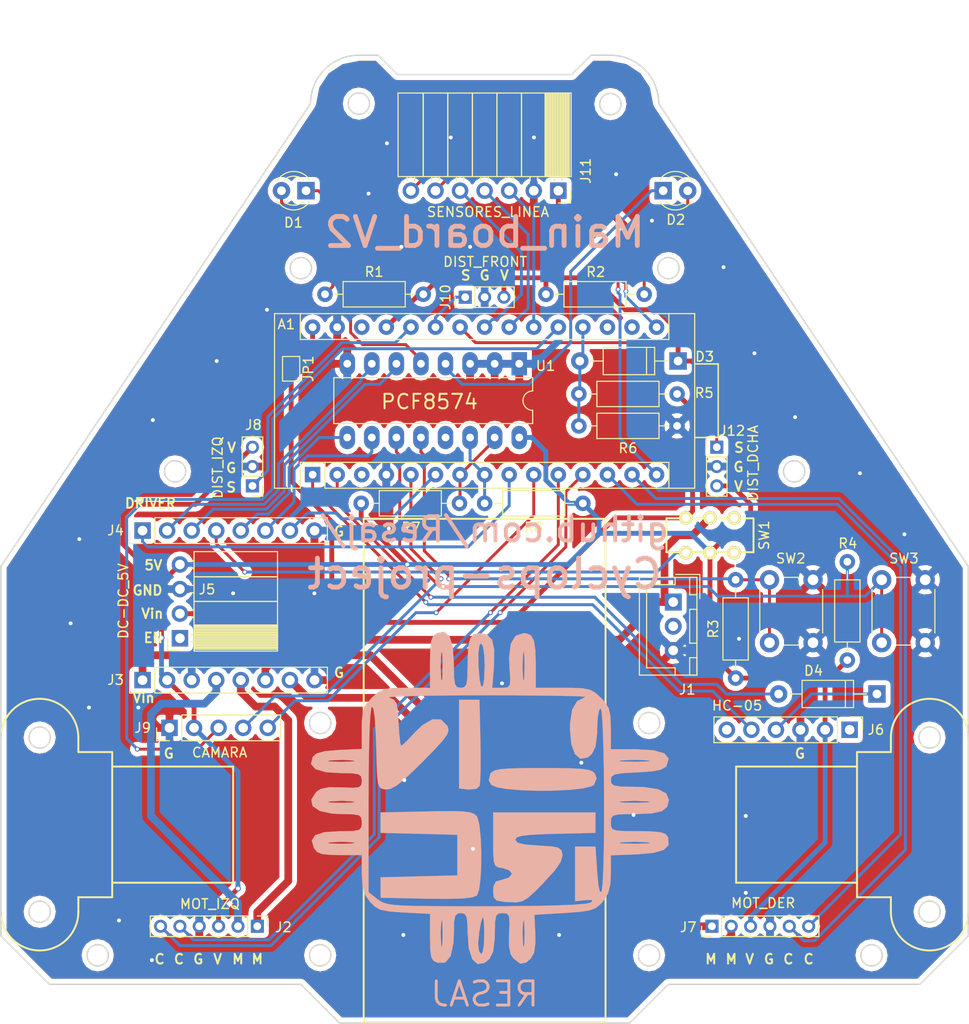
<source format=kicad_pcb>
(kicad_pcb (version 4) (host pcbnew 4.0.7)
  (title_block (title "Main Board robot de carreras educativo") (company "Liga Nacional de Robótica de competición") (comment 1 www.lnrc.es) (comment 2 "Diseño de Rubén Espino San José"))
  (layers (0 F.Cu signal) (31 B.Cu signal) (34 B.Paste user) (35 F.Paste user) (36 B.SilkS user) (37 F.SilkS user) (38 B.Mask user) (39 F.Mask user) (44 Edge.Cuts user))
  (net 0 "")
  (net 1 BT_RX)
  (net 2 "Net-(A1-Pad17)")
  (net 3 BT_TX)
  (net 4 "Net-(A1-Pad18)")
  (net 5 "Net-(A1-Pad3)")
  (net 6 BAT)
  (net 7 GND)
  (net 8 ANALOG_CAM)
  (net 9 LINEA_1)
  (net 10 LINEA_2)
  (net 11 I2C_SDA)
  (net 12 LINEA_3)
  (net 13 I2C_SCL)
  (net 14 DIST_IZQ)
  (net 15 DIST_FRONT)
  (net 16 DIST_DCHA)
  (net 17 LINEA_SEL_1)
  (net 18 +5V)
  (net 19 LINEA_SEL_2)
  (net 20 "Net-(A1-Pad28)")
  (net 21 PWM_IZQ)
  (net 22 PWM_DER)
  (net 23 VCC)
  (net 24 CLK_CAM)
  (net 25 SI_CAM)
  (net 26 LED_R)
  (net 27 LED_G)
  (net 28 "Net-(J1-Pad2)")
  (net 29 +BATT)
  (net 30 M_IZQ_+)
  (net 31 M_IZQ_-)
  (net 32 M_DER_-)
  (net 33 M_DER_+)
  (net 34 DIR_IZQ_2)
  (net 35 DIR_IZQ_1)
  (net 36 STBY_MOT)
  (net 37 DIR_DER_1)
  (net 38 DIR_DER_2)
  (net 39 VDD)
  (net 40 "Net-(J6-Pad1)")
  (net 41 "Net-(J6-Pad6)")
  (net 42 B1)
  (net 43 B2)
  (net 44 "Net-(SW1-Pad4)")
  (net 45 "Net-(SW1-Pad1)")
  (net 46 "Net-(U1-Pad13)")
  (net 47 ENC_IZQ_A)
  (net 48 ENC_IZQ_B)
  (net 49 ENC_DER_A)
  (net 50 ENC_DER_B)
  (net 51 "Net-(J5-Pad1)")
  (net 52 "Net-(D1-Pad2)")
  (net 53 "Net-(D2-Pad2)")
  (net 54 "Net-(D4-Pad1)")
  (module Modules:Arduino_Nano (layer F.Cu) (at 132.22 93.34 90)
    (fp_text reference A1 (at 15.54 -2.72 180) (layer F.SilkS))
    (fp_text value Arduino_Nano_v3.x)
    (pad 1 thru_hole rect (at 0 0 90) (size 1.6 1.6) (drill 0.8) (layers *.Cu *.Mask) (net 1 BT_RX))
    (pad 17 thru_hole oval (at 15.24 33.02 90) (size 1.6 1.6) (drill 0.8) (layers *.Cu *.Mask) (net 2 "Net-(A1-Pad17)"))
    (pad 2 thru_hole oval (at 0 2.54 90) (size 1.6 1.6) (drill 0.8) (layers *.Cu *.Mask) (net 3 BT_TX))
    (pad 18 thru_hole oval (at 15.24 30.48 90) (size 1.6 1.6) (drill 0.8) (layers *.Cu *.Mask) (net 4 "Net-(A1-Pad18)"))
    (pad 3 thru_hole oval (at 0 5.08 90) (size 1.6 1.6) (drill 0.8) (layers *.Cu *.Mask) (net 5 "Net-(A1-Pad3)"))
    (pad 19 thru_hole oval (at 15.24 27.94 90) (size 1.6 1.6) (drill 0.8) (layers *.Cu *.Mask) (net 6 BAT))
    (pad 4 thru_hole oval (at 0 7.62 90) (size 1.6 1.6) (drill 0.8) (layers *.Cu *.Mask) (net 7 GND))
    (pad 20 thru_hole oval (at 15.24 25.4 90) (size 1.6 1.6) (drill 0.8) (layers *.Cu *.Mask) (net 8 ANALOG_CAM))
    (pad 5 thru_hole oval (at 0 10.16 90) (size 1.6 1.6) (drill 0.8) (layers *.Cu *.Mask) (net 24 CLK_CAM))
    (pad 21 thru_hole oval (at 15.24 22.86 90) (size 1.6 1.6) (drill 0.8) (layers *.Cu *.Mask) (net 9 LINEA_1))
    (pad 6 thru_hole oval (at 0 12.7 90) (size 1.6 1.6) (drill 0.8) (layers *.Cu *.Mask) (net 22 PWM_DER))
    (pad 22 thru_hole oval (at 15.24 20.32 90) (size 1.6 1.6) (drill 0.8) (layers *.Cu *.Mask) (net 10 LINEA_2))
    (pad 7 thru_hole oval (at 0 15.24 90) (size 1.6 1.6) (drill 0.8) (layers *.Cu *.Mask) (net 11 I2C_SDA))
    (pad 23 thru_hole oval (at 15.24 17.78 90) (size 1.6 1.6) (drill 0.8) (layers *.Cu *.Mask) (net 12 LINEA_3))
    (pad 8 thru_hole oval (at 0 17.78 90) (size 1.6 1.6) (drill 0.8) (layers *.Cu *.Mask) (net 13 I2C_SCL))
    (pad 24 thru_hole oval (at 15.24 15.24 90) (size 1.6 1.6) (drill 0.8) (layers *.Cu *.Mask) (net 16 DIST_DCHA))
    (pad 9 thru_hole oval (at 0 20.32 90) (size 1.6 1.6) (drill 0.8) (layers *.Cu *.Mask) (net 21 PWM_IZQ))
    (pad 25 thru_hole oval (at 15.24 12.7 90) (size 1.6 1.6) (drill 0.8) (layers *.Cu *.Mask) (net 15 DIST_FRONT))
    (pad 10 thru_hole oval (at 0 22.86 90) (size 1.6 1.6) (drill 0.8) (layers *.Cu *.Mask) (net 25 SI_CAM))
    (pad 26 thru_hole oval (at 15.24 10.16 90) (size 1.6 1.6) (drill 0.8) (layers *.Cu *.Mask) (net 14 DIST_IZQ))
    (pad 11 thru_hole oval (at 0 25.4 90) (size 1.6 1.6) (drill 0.8) (layers *.Cu *.Mask) (net 48 ENC_IZQ_B))
    (pad 27 thru_hole oval (at 15.24 7.62 90) (size 1.6 1.6) (drill 0.8) (layers *.Cu *.Mask) (net 18 +5V))
    (pad 12 thru_hole oval (at 0 27.94 90) (size 1.6 1.6) (drill 0.8) (layers *.Cu *.Mask) (net 47 ENC_IZQ_A))
    (pad 28 thru_hole oval (at 15.24 5.08 90) (size 1.6 1.6) (drill 0.8) (layers *.Cu *.Mask) (net 20 "Net-(A1-Pad28)"))
    (pad 13 thru_hole oval (at 0 30.48 90) (size 1.6 1.6) (drill 0.8) (layers *.Cu *.Mask) (net 49 ENC_DER_A))
    (pad 29 thru_hole oval (at 15.24 2.54 90) (size 1.6 1.6) (drill 0.8) (layers *.Cu *.Mask) (net 7 GND))
    (pad 14 thru_hole oval (at 0 33.02 90) (size 1.6 1.6) (drill 0.8) (layers *.Cu *.Mask) (net 50 ENC_DER_B))
    (pad 30 thru_hole oval (at 15.24 0 90) (size 1.6 1.6) (drill 0.8) (layers *.Cu *.Mask) (net 23 VCC))
    (pad 15 thru_hole oval (at 0 35.56 90) (size 1.6 1.6) (drill 0.8) (layers *.Cu *.Mask) (net 17 LINEA_SEL_1))
    (pad 16 thru_hole oval (at 15.24 35.56 90) (size 1.6 1.6) (drill 0.8) (layers *.Cu *.Mask) (net 19 LINEA_SEL_2))
  )
  (module Socket_Strips:Socket_Strip_Straight_1x08_Pitch2.54mm (layer F.Cu) (at 114.635931 114.57 90)
    (fp_text reference J3 (at 0.019161 -2.785931 180) (layer F.SilkS))
    (fp_text value TB6612FNG_A)
    (pad 1 thru_hole rect (at 0 0 90) (size 1.7 1.7) (drill 1) (layers *.Cu *.Mask) (net 29 +BATT))
    (pad 2 thru_hole oval (at 0 2.54 90) (size 1.7 1.7) (drill 1) (layers *.Cu *.Mask) (net 18 +5V))
    (pad 3 thru_hole oval (at 0 5.08 90) (size 1.7 1.7) (drill 1) (layers *.Cu *.Mask) (net 7 GND))
    (pad 4 thru_hole oval (at 0 7.62 90) (size 1.7 1.7) (drill 1) (layers *.Cu *.Mask) (net 30 M_IZQ_+))
    (pad 5 thru_hole oval (at 0 10.16 90) (size 1.7 1.7) (drill 1) (layers *.Cu *.Mask) (net 31 M_IZQ_-))
    (pad 6 thru_hole oval (at 0 12.7 90) (size 1.7 1.7) (drill 1) (layers *.Cu *.Mask) (net 32 M_DER_-))
    (pad 7 thru_hole oval (at 0 15.24 90) (size 1.7 1.7) (drill 1) (layers *.Cu *.Mask) (net 33 M_DER_+))
    (pad 8 thru_hole oval (at 0 17.78 90) (size 1.7 1.7) (drill 1) (layers *.Cu *.Mask) (net 7 GND))
  )
  (module LEDs:LED_D3.0mm (layer F.Cu) (at 131.54 64 180)
    (fp_text reference D1 (at 1.3 -3.3 180) (layer F.SilkS))
    (fp_text value ROJO)
    (pad 1 thru_hole rect (at 0 0 180) (size 1.8 1.8) (drill 0.9) (layers *.Cu *.Mask) (net 26 LED_R))
    (pad 2 thru_hole circle (at 2.54 0 180) (size 1.8 1.8) (drill 0.9) (layers *.Cu *.Mask) (net 52 "Net-(D1-Pad2)"))
  )
  (module LEDs:LED_D3.0mm (layer F.Cu) (at 168.46 64)
    (fp_text reference D2 (at 1.3 3) (layer F.SilkS))
    (fp_text value VERDE)
    (pad 1 thru_hole rect (at 0 0) (size 1.8 1.8) (drill 0.9) (layers *.Cu *.Mask) (net 27 LED_G))
    (pad 2 thru_hole circle (at 2.54 0) (size 1.8 1.8) (drill 0.9) (layers *.Cu *.Mask) (net 53 "Net-(D2-Pad2)"))
  )
  (module Diodes_THT:D_A-405_P10.16mm_Horizontal (layer F.Cu) (at 170 81.6 180)
    (fp_text reference D3 (at -2.75 0.45 180) (layer F.SilkS))
    (fp_text value 1N4001)
    (pad 1 thru_hole rect (at 0 0 180) (size 1.8 1.8) (drill 0.9) (layers *.Cu *.Mask) (net 18 +5V))
    (pad 2 thru_hole oval (at 10.16 0 180) (size 1.8 1.8) (drill 0.9) (layers *.Cu *.Mask) (net 6 BAT))
  )
  (module Connectors_JST:JST_XH_B03B-XH-A_03x2.50mm_Straight (layer F.Cu) (at 169.5 106.5 270)
    (fp_text reference J1 (at 9.05 -1.45 360) (layer F.SilkS))
    (fp_text value "LIPO 2S")
    (pad 1 thru_hole rect (at 0 0 270) (size 1.75 1.75) (drill 1) (layers *.Cu *.Mask) (net 29 +BATT))
    (pad 2 thru_hole circle (at 2.5 0 270) (size 1.75 1.75) (drill 1) (layers *.Cu *.Mask) (net 28 "Net-(J1-Pad2)"))
    (pad 3 thru_hole circle (at 5 0 270) (size 1.75 1.75) (drill 1) (layers *.Cu *.Mask) (net 7 GND))
  )
  (module Connectors:GS2 (layer F.Cu) (at 130 82.4)
    (fp_text reference JP1 (at 1.78 0 90) (layer F.SilkS))
    (fp_text value Jumper)
    (pad 1 smd rect (at 0 -0.64) (size 1.27 0.97) (layers F.Cu F.Paste F.Mask) (net 23 VCC))
    (pad 2 smd rect (at 0 0.64) (size 1.27 0.97) (layers F.Cu F.Paste F.Mask) (net 39 VDD))
  )
  (module Resistors_THT:R_Axial_DIN0207_L6.3mm_D2.5mm_P10.16mm_Horizontal (layer F.Cu) (at 133.5 74.7)
    (fp_text reference R1 (at 5.08 -2.31) (layer F.SilkS))
    (fp_text value 220)
    (pad 1 thru_hole circle (at 0 0) (size 1.6 1.6) (drill 0.8) (layers *.Cu *.Mask) (net 52 "Net-(D1-Pad2)"))
    (pad 2 thru_hole oval (at 10.16 0) (size 1.6 1.6) (drill 0.8) (layers *.Cu *.Mask) (net 18 +5V))
  )
  (module Resistors_THT:R_Axial_DIN0207_L6.3mm_D2.5mm_P10.16mm_Horizontal (layer F.Cu) (at 166.5 74.7 180)
    (fp_text reference R2 (at 5.01 2.3 180) (layer F.SilkS))
    (fp_text value 220)
    (pad 1 thru_hole circle (at 0 0 180) (size 1.6 1.6) (drill 0.8) (layers *.Cu *.Mask) (net 53 "Net-(D2-Pad2)"))
    (pad 2 thru_hole oval (at 10.16 0 180) (size 1.6 1.6) (drill 0.8) (layers *.Cu *.Mask) (net 18 +5V))
  )
  (module Resistors_THT:R_Axial_DIN0207_L6.3mm_D2.5mm_P10.16mm_Horizontal (layer F.Cu) (at 175.95 114.36 90)
    (fp_text reference R3 (at 5.08 -2.31 90) (layer F.SilkS))
    (fp_text value 10K)
    (pad 1 thru_hole circle (at 0 0 90) (size 1.6 1.6) (drill 0.8) (layers *.Cu *.Mask) (net 18 +5V))
    (pad 2 thru_hole oval (at 10.16 0 90) (size 1.6 1.6) (drill 0.8) (layers *.Cu *.Mask) (net 42 B1))
  )
  (module Resistors_THT:R_Axial_DIN0207_L6.3mm_D2.5mm_P10.16mm_Horizontal (layer F.Cu) (at 187.5 112.5 90)
    (fp_text reference R4 (at 12.06 0.05 180) (layer F.SilkS))
    (fp_text value 10K)
    (pad 1 thru_hole circle (at 0 0 90) (size 1.6 1.6) (drill 0.8) (layers *.Cu *.Mask) (net 18 +5V))
    (pad 2 thru_hole oval (at 10.16 0 90) (size 1.6 1.6) (drill 0.8) (layers *.Cu *.Mask) (net 43 B2))
  )
  (module Resistors_THT:R_Axial_DIN0207_L6.3mm_D2.5mm_P10.16mm_Horizontal (layer F.Cu) (at 159.74 85)
    (fp_text reference R5 (at 12.96 -0.1) (layer F.SilkS))
    (fp_text value 82k)
    (pad 1 thru_hole circle (at 0 0) (size 1.6 1.6) (drill 0.8) (layers *.Cu *.Mask) (net 6 BAT))
    (pad 2 thru_hole oval (at 10.16 0) (size 1.6 1.6) (drill 0.8) (layers *.Cu *.Mask) (net 39 VDD))
  )
  (module Resistors_THT:R_Axial_DIN0207_L6.3mm_D2.5mm_P10.16mm_Horizontal (layer F.Cu) (at 169.9 88.3 180)
    (fp_text reference R6 (at 5.08 -2.31 180) (layer F.SilkS))
    (fp_text value 120k)
    (pad 1 thru_hole circle (at 0 0 180) (size 1.6 1.6) (drill 0.8) (layers *.Cu *.Mask) (net 7 GND))
    (pad 2 thru_hole oval (at 10.16 0 180) (size 1.6 1.6) (drill 0.8) (layers *.Cu *.Mask) (net 6 BAT))
  )
  (module Main_board:switch_DPDT (layer F.Cu) (at 173.3 99.6 180)
    (fp_text reference SW1 (at -5.6 0 270) (layer F.SilkS))
    (fp_text value SW_DPDT)
    (pad 4 thru_hole circle (at -2.5 -1.8 180) (size 1.4 1.4) (drill 0.8) (layers *.Cu *.Mask F.SilkS) (net 44 "Net-(SW1-Pad4)"))
    (pad 1 thru_hole circle (at -2.5 1.8 180) (size 1.4 1.4) (drill 0.8) (layers *.Cu *.Mask F.SilkS) (net 45 "Net-(SW1-Pad1)"))
    (pad 5 thru_hole circle (at 0 -1.8 180) (size 1.4 1.4) (drill 0.8) (layers *.Cu *.Mask F.SilkS) (net 18 +5V))
    (pad 6 thru_hole circle (at 2.5 -1.8 180) (size 1.4 1.4) (drill 0.8) (layers *.Cu *.Mask F.SilkS) (net 36 STBY_MOT))
    (pad 3 thru_hole circle (at 2.5 1.8 180) (size 1.4 1.4) (drill 0.8) (layers *.Cu *.Mask F.SilkS) (net 39 VDD))
    (pad 2 thru_hole circle (at 0 1.8 180) (size 1.4 1.4) (drill 0.8) (layers *.Cu *.Mask F.SilkS) (net 29 +BATT))
  )
  (module Housings_DIP:DIP-16_W7.62mm_LongPads (layer F.Cu) (at 153.58 81.88 270)
    (fp_text reference U1 (at 0.22 -2.72 360) (layer F.SilkS))
    (fp_text value PCF8574)
    (pad 1 thru_hole rect (at 0 0 270) (size 2.4 1.6) (drill 0.8) (layers *.Cu *.Mask) (net 7 GND))
    (pad 9 thru_hole oval (at 7.62 17.78 270) (size 2.4 1.6) (drill 0.8) (layers *.Cu *.Mask) (net 37 DIR_DER_1))
    (pad 2 thru_hole oval (at 0 2.54 270) (size 2.4 1.6) (drill 0.8) (layers *.Cu *.Mask) (net 7 GND))
    (pad 10 thru_hole oval (at 7.62 15.24 270) (size 2.4 1.6) (drill 0.8) (layers *.Cu *.Mask) (net 38 DIR_DER_2))
    (pad 3 thru_hole oval (at 0 5.08 270) (size 2.4 1.6) (drill 0.8) (layers *.Cu *.Mask) (net 7 GND))
    (pad 11 thru_hole oval (at 7.62 12.7 270) (size 2.4 1.6) (drill 0.8) (layers *.Cu *.Mask) (net 43 B2))
    (pad 4 thru_hole oval (at 0 7.62 270) (size 2.4 1.6) (drill 0.8) (layers *.Cu *.Mask) (net 27 LED_G))
    (pad 12 thru_hole oval (at 7.62 10.16 270) (size 2.4 1.6) (drill 0.8) (layers *.Cu *.Mask) (net 42 B1))
    (pad 5 thru_hole oval (at 0 10.16 270) (size 2.4 1.6) (drill 0.8) (layers *.Cu *.Mask) (net 26 LED_R))
    (pad 13 thru_hole oval (at 7.62 7.62 270) (size 2.4 1.6) (drill 0.8) (layers *.Cu *.Mask) (net 46 "Net-(U1-Pad13)"))
    (pad 6 thru_hole oval (at 0 12.7 270) (size 2.4 1.6) (drill 0.8) (layers *.Cu *.Mask) (net 35 DIR_IZQ_1))
    (pad 14 thru_hole oval (at 7.62 5.08 270) (size 2.4 1.6) (drill 0.8) (layers *.Cu *.Mask) (net 13 I2C_SCL))
    (pad 7 thru_hole oval (at 0 15.24 270) (size 2.4 1.6) (drill 0.8) (layers *.Cu *.Mask) (net 34 DIR_IZQ_2))
    (pad 15 thru_hole oval (at 7.62 2.54 270) (size 2.4 1.6) (drill 0.8) (layers *.Cu *.Mask) (net 11 I2C_SDA))
    (pad 8 thru_hole oval (at 0 17.78 270) (size 2.4 1.6) (drill 0.8) (layers *.Cu *.Mask) (net 7 GND))
    (pad 16 thru_hole oval (at 7.62 0 270) (size 2.4 1.6) (drill 0.8) (layers *.Cu *.Mask) (net 18 +5V))
  )
  (module "KiCad libraries:logo_lnrc" (layer B.Cu) (at 150 127 180)
    (fp_text reference G*** hide)
    (fp_text value LOGO hide)
  )
  (module Buttons_Switches_THT:SW_PUSH_6mm (layer F.Cu) (at 179.45 110.7 90)
    (fp_text reference SW2 (at 8.7 2.2 180) (layer F.SilkS))
    (fp_text value SW_Push)
    (pad 2 thru_hole circle (at 0 4.5 180) (size 2 2) (drill 1.1) (layers *.Cu *.Mask) (net 7 GND))
    (pad 1 thru_hole circle (at 0 0 180) (size 2 2) (drill 1.1) (layers *.Cu *.Mask) (net 42 B1))
    (pad 2 thru_hole circle (at 6.5 4.5 180) (size 2 2) (drill 1.1) (layers *.Cu *.Mask) (net 7 GND))
    (pad 1 thru_hole circle (at 6.5 0 180) (size 2 2) (drill 1.1) (layers *.Cu *.Mask) (net 42 B1))
  )
  (module Buttons_Switches_THT:SW_PUSH_6mm (layer F.Cu) (at 191.05 110.7 90)
    (fp_text reference SW3 (at 8.7 2.3 180) (layer F.SilkS))
    (fp_text value SW_Push)
    (pad 2 thru_hole circle (at 0 4.5 180) (size 2 2) (drill 1.1) (layers *.Cu *.Mask) (net 7 GND))
    (pad 1 thru_hole circle (at 0 0 180) (size 2 2) (drill 1.1) (layers *.Cu *.Mask) (net 43 B2))
    (pad 2 thru_hole circle (at 6.5 4.5 180) (size 2 2) (drill 1.1) (layers *.Cu *.Mask) (net 7 GND))
    (pad 1 thru_hole circle (at 6.5 0 180) (size 2 2) (drill 1.1) (layers *.Cu *.Mask) (net 43 B2))
  )
  (module Socket_Strips:Socket_Strip_Straight_1x08_Pitch2.54mm (layer F.Cu) (at 114.635931 99.119161 90)
    (fp_text reference J4 (at 0.019161 -2.785931 180) (layer F.SilkS))
    (fp_text value TB6612FNG_B)
    (pad 1 thru_hole rect (at 0 0 90) (size 1.7 1.7) (drill 1) (layers *.Cu *.Mask) (net 21 PWM_IZQ))
    (pad 2 thru_hole oval (at 0 2.54 90) (size 1.7 1.7) (drill 1) (layers *.Cu *.Mask) (net 34 DIR_IZQ_2))
    (pad 3 thru_hole oval (at 0 5.08 90) (size 1.7 1.7) (drill 1) (layers *.Cu *.Mask) (net 35 DIR_IZQ_1))
    (pad 4 thru_hole oval (at 0 7.62 90) (size 1.7 1.7) (drill 1) (layers *.Cu *.Mask) (net 36 STBY_MOT))
    (pad 5 thru_hole oval (at 0 10.16 90) (size 1.7 1.7) (drill 1) (layers *.Cu *.Mask) (net 37 DIR_DER_1))
    (pad 6 thru_hole oval (at 0 12.7 90) (size 1.7 1.7) (drill 1) (layers *.Cu *.Mask) (net 38 DIR_DER_2))
    (pad 7 thru_hole oval (at 0 15.24 90) (size 1.7 1.7) (drill 1) (layers *.Cu *.Mask) (net 22 PWM_DER))
    (pad 8 thru_hole oval (at 0 17.78 90) (size 1.7 1.7) (drill 1) (layers *.Cu *.Mask) (net 7 GND))
  )
  (module Socket_Strips:Socket_Strip_Angled_1x04_Pitch2.54mm (layer F.Cu) (at 118.5 110.24 180)
    (fp_text reference J5 (at -2.8 5.04 180) (layer F.SilkS))
    (fp_text value DC-DC_5V (at 5.85 3.84 270) (layer F.SilkS))
    (pad 1 thru_hole rect (at 0 0 180) (size 1.7 1.7) (drill 1) (layers *.Cu *.Mask) (net 51 "Net-(J5-Pad1)"))
    (pad 2 thru_hole oval (at 0 2.54 180) (size 1.7 1.7) (drill 1) (layers *.Cu *.Mask) (net 39 VDD))
    (pad 3 thru_hole oval (at 0 5.08 180) (size 1.7 1.7) (drill 1) (layers *.Cu *.Mask) (net 7 GND))
    (pad 4 thru_hole oval (at 0 7.62 180) (size 1.7 1.7) (drill 1) (layers *.Cu *.Mask) (net 18 +5V))
  )
  (module Socket_Strips:Socket_Strip_Straight_1x06_Pitch2.54mm (layer F.Cu) (at 187.74 119.7 270)
    (fp_text reference J6 (at 0 -2.71 360) (layer F.SilkS))
    (fp_text value HC-05 (at -2.5 11.64 360) (layer F.SilkS))
    (pad 1 thru_hole rect (at 0 0 270) (size 1.7 1.7) (drill 1) (layers *.Cu *.Mask) (net 40 "Net-(J6-Pad1)"))
    (pad 2 thru_hole oval (at 0 2.54 270) (size 1.7 1.7) (drill 1) (layers *.Cu *.Mask) (net 18 +5V))
    (pad 3 thru_hole oval (at 0 5.08 270) (size 1.7 1.7) (drill 1) (layers *.Cu *.Mask) (net 7 GND))
    (pad 4 thru_hole oval (at 0 7.62 270) (size 1.7 1.7) (drill 1) (layers *.Cu *.Mask) (net 54 "Net-(D4-Pad1)"))
    (pad 5 thru_hole oval (at 0 10.16 270) (size 1.7 1.7) (drill 1) (layers *.Cu *.Mask) (net 1 BT_RX))
    (pad 6 thru_hole oval (at 0 12.7 270) (size 1.7 1.7) (drill 1) (layers *.Cu *.Mask) (net 41 "Net-(J6-Pad6)"))
  )
  (module Socket_Strips:Socket_Strip_Straight_1x05_Pitch2.54mm (layer F.Cu) (at 117.42 119.5 90)
    (fp_text reference J9 (at 0 -2.77 180) (layer F.SilkS))
    (fp_text value CAMARA (at -2.55 5.18 180) (layer F.SilkS))
    (pad 1 thru_hole rect (at 0 0 90) (size 1.7 1.7) (drill 1) (layers *.Cu *.Mask) (net 7 GND))
    (pad 2 thru_hole oval (at 0 2.54 90) (size 1.7 1.7) (drill 1) (layers *.Cu *.Mask) (net 18 +5V))
    (pad 3 thru_hole oval (at 0 5.08 90) (size 1.7 1.7) (drill 1) (layers *.Cu *.Mask) (net 8 ANALOG_CAM))
    (pad 4 thru_hole oval (at 0 7.62 90) (size 1.7 1.7) (drill 1) (layers *.Cu *.Mask) (net 24 CLK_CAM))
    (pad 5 thru_hole oval (at 0 10.16 90) (size 1.7 1.7) (drill 1) (layers *.Cu *.Mask) (net 25 SI_CAM))
  )
  (module Socket_Strips:Socket_Strip_Straight_1x06_Pitch2.00mm (layer F.Cu) (at 126.5 140 270)
    (fp_text reference J2 (at 0.1 -2.7 360) (layer F.SilkS))
    (fp_text value MOT_IZQ (at -2.3 4.9 360) (layer F.SilkS))
    (pad 1 thru_hole rect (at 0 0 270) (size 1.35 1.35) (drill 0.8) (layers *.Cu *.Mask) (net 31 M_IZQ_-))
    (pad 2 thru_hole oval (at 0 2 270) (size 1.35 1.35) (drill 0.8) (layers *.Cu *.Mask) (net 30 M_IZQ_+))
    (pad 3 thru_hole oval (at 0 4 270) (size 1.35 1.35) (drill 0.8) (layers *.Cu *.Mask) (net 18 +5V))
    (pad 4 thru_hole oval (at 0 6 270) (size 1.35 1.35) (drill 0.8) (layers *.Cu *.Mask) (net 7 GND))
    (pad 5 thru_hole oval (at 0 8 270) (size 1.35 1.35) (drill 0.8) (layers *.Cu *.Mask) (net 48 ENC_IZQ_B))
    (pad 6 thru_hole oval (at 0 10 270) (size 1.35 1.35) (drill 0.8) (layers *.Cu *.Mask) (net 47 ENC_IZQ_A))
  )
  (module Socket_Strips:Socket_Strip_Straight_1x06_Pitch2.00mm (layer F.Cu) (at 173.5 140 90)
    (fp_text reference J7 (at -0.1 -2.45 180) (layer F.SilkS))
    (fp_text value MOT_DER (at 2.4 5.3 180) (layer F.SilkS))
    (pad 1 thru_hole rect (at 0 0 90) (size 1.35 1.35) (drill 0.8) (layers *.Cu *.Mask) (net 32 M_DER_-))
    (pad 2 thru_hole oval (at 0 2 90) (size 1.35 1.35) (drill 0.8) (layers *.Cu *.Mask) (net 33 M_DER_+))
    (pad 3 thru_hole oval (at 0 4 90) (size 1.35 1.35) (drill 0.8) (layers *.Cu *.Mask) (net 18 +5V))
    (pad 4 thru_hole oval (at 0 6 90) (size 1.35 1.35) (drill 0.8) (layers *.Cu *.Mask) (net 7 GND))
    (pad 5 thru_hole oval (at 0 8 90) (size 1.35 1.35) (drill 0.8) (layers *.Cu *.Mask) (net 50 ENC_DER_B))
    (pad 6 thru_hole oval (at 0 10 90) (size 1.35 1.35) (drill 0.8) (layers *.Cu *.Mask) (net 49 ENC_DER_A))
  )
  (module Socket_Strips:Socket_Strip_Straight_1x03_Pitch2.00mm (layer F.Cu) (at 126 94.5 180)
    (fp_text reference J8 (at -0.1 6.3 180) (layer F.SilkS))
    (fp_text value DIST_IZQ (at 3.6 1.9 270) (layer F.SilkS))
    (pad 1 thru_hole rect (at 0 0 180) (size 1.35 1.35) (drill 0.8) (layers *.Cu *.Mask) (net 14 DIST_IZQ))
    (pad 2 thru_hole oval (at 0 2 180) (size 1.35 1.35) (drill 0.8) (layers *.Cu *.Mask) (net 7 GND))
    (pad 3 thru_hole oval (at 0 4 180) (size 1.35 1.35) (drill 0.8) (layers *.Cu *.Mask) (net 18 +5V))
  )
  (module Socket_Strips:Socket_Strip_Straight_1x03_Pitch2.00mm (layer F.Cu) (at 148 75 90)
    (fp_text reference J10 (at 0 -2.05 90) (layer F.SilkS))
    (fp_text value DIST_FRONT (at 3.65 2.05 180) (layer F.SilkS))
    (pad 1 thru_hole rect (at 0 0 90) (size 1.35 1.35) (drill 0.8) (layers *.Cu *.Mask) (net 15 DIST_FRONT))
    (pad 2 thru_hole oval (at 0 2 90) (size 1.35 1.35) (drill 0.8) (layers *.Cu *.Mask) (net 7 GND))
    (pad 3 thru_hole oval (at 0 4 90) (size 1.35 1.35) (drill 0.8) (layers *.Cu *.Mask) (net 18 +5V))
  )
  (module Socket_Strips:Socket_Strip_Straight_1x03_Pitch2.00mm (layer F.Cu) (at 174 90.5)
    (fp_text reference J12 (at 1.6 -1.7) (layer F.SilkS))
    (fp_text value DIST_DCHA (at 3.75 1.65 90) (layer F.SilkS))
    (pad 1 thru_hole rect (at 0 0) (size 1.35 1.35) (drill 0.8) (layers *.Cu *.Mask) (net 16 DIST_DCHA))
    (pad 2 thru_hole oval (at 0 2) (size 1.35 1.35) (drill 0.8) (layers *.Cu *.Mask) (net 7 GND))
    (pad 3 thru_hole oval (at 0 4) (size 1.35 1.35) (drill 0.8) (layers *.Cu *.Mask) (net 18 +5V))
  )
  (module Socket_Strips:Socket_Strip_Angled_1x07_Pitch2.54mm (layer F.Cu) (at 157.62 64 270)
    (fp_text reference J11 (at -2.05 -2.83 450) (layer F.SilkS))
    (fp_text value SENSORES_LINEA (at 2.2 7.27 360) (layer F.SilkS))
    (pad 1 thru_hole rect (at 0 0 270) (size 1.7 1.7) (drill 1) (layers *.Cu *.Mask) (net 18 +5V))
    (pad 2 thru_hole oval (at 0 2.54 270) (size 1.7 1.7) (drill 1) (layers *.Cu *.Mask) (net 7 GND))
    (pad 3 thru_hole oval (at 0 5.08 270) (size 1.7 1.7) (drill 1) (layers *.Cu *.Mask) (net 9 LINEA_1))
    (pad 4 thru_hole oval (at 0 7.62 270) (size 1.7 1.7) (drill 1) (layers *.Cu *.Mask) (net 10 LINEA_2))
    (pad 5 thru_hole oval (at 0 10.16 270) (size 1.7 1.7) (drill 1) (layers *.Cu *.Mask) (net 12 LINEA_3))
    (pad 6 thru_hole oval (at 0 12.7 270) (size 1.7 1.7) (drill 1) (layers *.Cu *.Mask) (net 17 LINEA_SEL_1))
    (pad 7 thru_hole oval (at 0 15.24 270) (size 1.7 1.7) (drill 1) (layers *.Cu *.Mask) (net 19 LINEA_SEL_2))
  )
  (module Resistors_THT:R_Axial_DIN0207_L6.3mm_D2.5mm_P10.16mm_Horizontal (layer F.Cu) (at 147.4 96.3 180)
    (fp_text reference R7 (at 5 -2.5 180) (layer F.SilkS))
    (fp_text value 1K)
    (pad 1 thru_hole circle (at 0 0 180) (size 1.6 1.6) (drill 0.8) (layers *.Cu *.Mask) (net 11 I2C_SDA))
    (pad 2 thru_hole oval (at 10.16 0 180) (size 1.6 1.6) (drill 0.8) (layers *.Cu *.Mask) (net 18 +5V))
  )
  (module Resistors_THT:R_Axial_DIN0207_L6.3mm_D2.5mm_P10.16mm_Horizontal (layer F.Cu) (at 160.16 96.3 180)
    (fp_text reference R8 (at 5.08 -2.5 180) (layer F.SilkS))
    (fp_text value 1K)
    (pad 1 thru_hole circle (at 0 0 180) (size 1.6 1.6) (drill 0.8) (layers *.Cu *.Mask) (net 18 +5V))
    (pad 2 thru_hole oval (at 10.16 0 180) (size 1.6 1.6) (drill 0.8) (layers *.Cu *.Mask) (net 13 I2C_SCL))
  )
  (module Diodes_THT:D_A-405_P10.16mm_Horizontal (layer F.Cu) (at 190.56 116 180)
    (fp_text reference D4 (at 6.56 2.4 180) (layer F.SilkS))
    (fp_text value 1N4001)
    (pad 1 thru_hole rect (at 0 0 180) (size 1.8 1.8) (drill 0.9) (layers *.Cu *.Mask) (net 54 "Net-(D4-Pad1)"))
    (pad 2 thru_hole oval (at 10.16 0 180) (size 1.8 1.8) (drill 0.9) (layers *.Cu *.Mask) (net 3 BT_TX))
  )
  (gr_text PCF8574 (at 144.3 85.8) (layer F.SilkS) (effects (font (size 1.5 1.5) (thickness 0.2))))
  (gr_text github.com/Resaj/ (at 151 99) (layer B.SilkS) (effects (font (size 2.5 2.5) (thickness 0.4)) (justify mirror)))
  (gr_text Cyclops-project (at 150 103.6) (layer B.SilkS) (effects (font (size 3 3) (thickness 0.5)) (justify mirror)))
  (gr_line (start 161 50) (end 163 50) (layer Edge.Cuts) (width 0.15))
  (gr_line (start 137 50) (end 139 50) (layer Edge.Cuts) (width 0.15))
  (gr_line (start 159 52) (end 161 50) (layer Edge.Cuts) (width 0.15))
  (gr_line (start 141 52) (end 159 52) (layer Edge.Cuts) (width 0.15))
  (gr_line (start 139 50) (end 141 52) (layer Edge.Cuts) (width 0.15))
  (gr_text Main_board_V2 (at 150 68.3) (layer B.SilkS) (effects (font (size 3 3) (thickness 0.5)) (justify mirror)))
  (gr_line (start 200 102.8) (end 168 55) (layer Edge.Cuts) (width 0.15))
  (gr_arc (start 163 55) (end 163 50) (angle 90) (layer Edge.Cuts) (width 0.15))
  (gr_line (start 132 55) (end 100 102.8) (layer Edge.Cuts) (width 0.15))
  (gr_arc (start 137 55) (end 132 55) (angle 90) (layer Edge.Cuts) (width 0.15))
  (gr_circle (center 182 93) (end 183.1 93) (layer Edge.Cuts) (width 0.15))
  (gr_circle (center 118 93) (end 119.1 93) (layer Edge.Cuts) (width 0.15))
  (gr_circle (center 169 72) (end 170.1 72) (layer Edge.Cuts) (width 0.15))
  (gr_circle (center 131 72) (end 132.1 72) (layer Edge.Cuts) (width 0.15))
  (gr_line (start 174.15 89.5) (end 171.75 89.5) (layer F.SilkS) (width 0.15))
  (gr_line (start 174.15 81.9) (end 174.15 89.5) (layer F.SilkS) (width 0.15))
  (gr_line (start 171.75 81.9) (end 174.15 81.9) (layer F.SilkS) (width 0.15))
  (gr_text DRIVER (at 115.45 96.3) (layer F.SilkS) (effects (font (size 1 1) (thickness 0.2))))
  (gr_text S (at 148.05 72.75) (layer F.SilkS) (effects (font (size 1 1) (thickness 0.2))))
  (gr_text G (at 150 72.75) (layer F.SilkS) (effects (font (size 1 1) (thickness 0.2))))
  (gr_text V (at 152.05 72.75) (layer F.SilkS) (effects (font (size 1 1) (thickness 0.2))))
  (gr_text V (at 176.25 94.55) (layer F.SilkS) (effects (font (size 1 1) (thickness 0.2))))
  (gr_text G (at 176.25 92.55) (layer F.SilkS) (effects (font (size 1 1) (thickness 0.2))))
  (gr_text S (at 176.3 90.55) (layer F.SilkS) (effects (font (size 1 1) (thickness 0.2))))
  (gr_text S (at 123.8 94.65) (layer F.SilkS) (effects (font (size 1 1) (thickness 0.2))))
  (gr_text V (at 123.85 90.55) (layer F.SilkS) (effects (font (size 1 1) (thickness 0.2))))
  (gr_text G (at 123.8 92.65) (layer F.SilkS) (effects (font (size 1 1) (thickness 0.2))))
  (gr_text G (at 182.6 122.15) (layer F.SilkS) (effects (font (size 1 1) (thickness 0.2))))
  (gr_text G (at 117.35 122.15) (layer F.SilkS) (effects (font (size 1 1) (thickness 0.2))))
  (gr_text Vin (at 114.75 116.4) (layer F.SilkS) (effects (font (size 1 1) (thickness 0.2))))
  (gr_text G (at 134.95 113.8) (layer F.SilkS) (effects (font (size 1 1) (thickness 0.2))))
  (gr_text G (at 134.95 99.2) (layer F.SilkS) (effects (font (size 1 1) (thickness 0.2))))
  (gr_text EN (at 115.75 110.2) (layer F.SilkS) (effects (font (size 1 1) (thickness 0.2))))
  (gr_text Vin (at 115.65 107.7) (layer F.SilkS) (effects (font (size 1 1) (thickness 0.2))))
  (gr_text 5V (at 115.75 102.7) (layer F.SilkS) (effects (font (size 1 1) (thickness 0.2))))
  (gr_text GND (at 115.15 105.3) (layer F.SilkS) (effects (font (size 1 1) (thickness 0.2))))
  (gr_text G (at 179.4 143.4) (layer F.SilkS) (effects (font (size 1 1) (thickness 0.2))))
  (gr_text C (at 181.4 143.4) (layer F.SilkS) (effects (font (size 1 1) (thickness 0.2))))
  (gr_text C (at 183.5 143.4) (layer F.SilkS) (effects (font (size 1 1) (thickness 0.2))))
  (gr_text V (at 177.4 143.4) (layer F.SilkS) (effects (font (size 1 1) (thickness 0.2))))
  (gr_text M (at 175.5 143.4) (layer F.SilkS) (effects (font (size 1 1) (thickness 0.2))))
  (gr_text M (at 173.4 143.4) (layer F.SilkS) (effects (font (size 1 1) (thickness 0.2))))
  (gr_text C (at 118.4 143.4) (layer F.SilkS) (effects (font (size 1 1) (thickness 0.2))))
  (gr_text G (at 120.4 143.4) (layer F.SilkS) (effects (font (size 1 1) (thickness 0.2))))
  (gr_text C (at 116.4 143.4) (layer F.SilkS) (effects (font (size 1 1) (thickness 0.2))))
  (gr_text V (at 122.4 143.4) (layer F.SilkS) (effects (font (size 1 1) (thickness 0.2))))
  (gr_text M (at 126.5 143.4) (layer F.SilkS) (effects (font (size 1 1) (thickness 0.2))))
  (gr_text M (at 124.5 143.4) (layer F.SilkS) (effects (font (size 1 1) (thickness 0.2))))
  (gr_text RESAJ (at 150 147) (layer B.SilkS) (effects (font (size 2.5 2.5) (thickness 0.3)) (justify mirror)))
  (gr_circle (center 163 55.05) (end 164.1 55.05) (layer Edge.Cuts) (width 0.15))
  (gr_circle (center 137 55) (end 138.1 55) (layer Edge.Cuts) (width 0.15))
  (gr_circle (center 133 119) (end 134.1 119) (layer Edge.Cuts) (width 0.15))
  (gr_circle (center 167 119) (end 168.1 119) (layer Edge.Cuts) (width 0.15))
  (gr_circle (center 167 143) (end 168.1 143) (layer Edge.Cuts) (width 0.15))
  (gr_circle (center 133 143) (end 134.1 143) (layer Edge.Cuts) (width 0.15))
  (gr_circle (center 190 143) (end 191.1 143) (layer Edge.Cuts) (width 0.15))
  (gr_circle (center 110 143) (end 111.1 143) (layer Edge.Cuts) (width 0.15))
  (gr_line (start 195 146) (end 200 141) (layer Edge.Cuts) (width 0.15))
  (gr_line (start 169 146) (end 195 146) (layer Edge.Cuts) (width 0.15))
  (gr_line (start 165 150) (end 169 146) (layer Edge.Cuts) (width 0.15))
  (gr_line (start 135 150) (end 165 150) (layer Edge.Cuts) (width 0.15))
  (gr_line (start 105 146) (end 100 141) (layer Edge.Cuts) (width 0.15))
  (gr_line (start 131 146) (end 105 146) (layer Edge.Cuts) (width 0.15))
  (gr_line (start 135 150) (end 131 146) (layer Edge.Cuts) (width 0.15))
  (gr_line (start 137.5 97.9) (end 137.5 149.9) (layer F.SilkS) (width 0.2))
  (gr_line (start 162.5 97.9) (end 137.5 97.9) (layer F.SilkS) (width 0.2))
  (gr_line (start 162.5 149.9) (end 162.5 97.9) (layer F.SilkS) (width 0.2))
  (gr_line (start 137.5 149.9) (end 162.5 149.9) (layer F.SilkS) (width 0.2))
  (gr_line (start 176 135.5) (end 188.5 135.5) (layer F.SilkS) (width 0.2))
  (gr_line (start 176 123.5) (end 176 135.5) (layer F.SilkS) (width 0.2))
  (gr_line (start 188.5 123.5) (end 176 123.5) (layer F.SilkS) (width 0.2))
  (gr_line (start 124 135.5) (end 111.5 135.5) (layer F.SilkS) (width 0.2))
  (gr_line (start 124 123.5) (end 124 135.5) (layer F.SilkS) (width 0.2))
  (gr_line (start 111.5 123.5) (end 124 123.5) (layer F.SilkS) (width 0.2))
  (gr_line (start 192 122) (end 192 120.5) (layer F.SilkS) (width 0.2))
  (gr_line (start 188.5 122) (end 192 122) (layer F.SilkS) (width 0.2))
  (gr_line (start 188.5 137) (end 188.5 122) (layer F.SilkS) (width 0.2))
  (gr_line (start 192 137) (end 188.5 137) (layer F.SilkS) (width 0.2))
  (gr_line (start 192 138.5) (end 192 137) (layer F.SilkS) (width 0.2))
  (gr_arc (start 196 138.5) (end 200 138.5) (angle 180) (layer F.SilkS) (width 0.2))
  (gr_arc (start 196 120.5) (end 192 120.5) (angle 180) (layer F.SilkS) (width 0.2))
  (gr_line (start 108 122) (end 108 120.5) (layer F.SilkS) (width 0.2))
  (gr_line (start 111.5 122) (end 108 122) (layer F.SilkS) (width 0.2))
  (gr_line (start 111.5 137) (end 111.5 122) (layer F.SilkS) (width 0.2))
  (gr_line (start 108 137) (end 111.5 137) (layer F.SilkS) (width 0.2))
  (gr_line (start 108 138.5) (end 108 137) (layer F.SilkS) (width 0.2))
  (gr_arc (start 104 138.5) (end 108 138.5) (angle 180) (layer F.SilkS) (width 0.2))
  (gr_arc (start 104 120.5) (end 100 120.5) (angle 180) (layer F.SilkS) (width 0.2))
  (gr_circle (center 196 120.5) (end 197.1 120.5) (layer Edge.Cuts) (width 0.15))
  (gr_circle (center 196 138.5) (end 197.1 138.5) (layer Edge.Cuts) (width 0.15))
  (gr_circle (center 104 138.5) (end 105.1 138.5) (layer Edge.Cuts) (width 0.15))
  (gr_circle (center 104 120.5) (end 105.1 120.5) (layer Edge.Cuts) (width 0.15))
  (gr_line (start 100 102.8) (end 100 141) (layer Edge.Cuts) (width 0.15))
  (gr_line (start 200 141) (end 200 102.8) (layer Edge.Cuts) (width 0.15))
  (segment (start 132.22 93.34) (end 132.22 94.82241) (width 0.3048) (layer F.Cu) (net 1))
  (segment (start 132.22 94.82241) (end 143.674765 106.277175) (width 0.3048) (layer F.Cu) (net 1))
  (segment (start 143.674765 106.277175) (end 143.924764 106.527174) (width 0.3048) (layer F.Cu) (net 1))
  (segment (start 161.177173 106.777173) (end 170.1 115.7) (width 0.3048) (layer B.Cu) (net 1))
  (segment (start 170.1 115.7) (end 173.58 115.7) (width 0.3048) (layer B.Cu) (net 1))
  (segment (start 143.924764 106.527174) (end 144.174763 106.777173) (width 0.3048) (layer B.Cu) (net 1))
  (segment (start 144.174763 106.777173) (end 161.177173 106.777173) (width 0.3048) (layer B.Cu) (net 1))
  (segment (start 177.58 119.7) (end 173.58 115.7) (width 0.3048) (layer B.Cu) (net 1))
  (via (at 143.924764 106.527174) (size 0.5) (drill 0.3048) (layers F.Cu B.Cu) (net 1))
  (segment (start 180.4 116) (end 175 116) (width 0.3048) (layer B.Cu) (net 3))
  (segment (start 175 116) (end 174 115) (width 0.3048) (layer B.Cu) (net 3))
  (segment (start 174 115) (end 170.4 115) (width 0.3048) (layer B.Cu) (net 3))
  (segment (start 161.403294 106.003294) (end 170.4 115) (width 0.3048) (layer B.Cu) (net 3))
  (segment (start 144.448643 106.003294) (end 161.403294 106.003294) (width 0.3048) (layer B.Cu) (net 3))
  (segment (start 144.198644 105.753295) (end 144.448643 106.003294) (width 0.3048) (layer F.Cu) (net 3))
  (segment (start 134.76 96.314651) (end 144.198644 105.753295) (width 0.3048) (layer F.Cu) (net 3))
  (segment (start 134.76 93.34) (end 134.76 96.314651) (width 0.3048) (layer F.Cu) (net 3))
  (via (at 144.448643 106.003294) (size 0.5) (drill 0.3048) (layers F.Cu B.Cu) (net 3))
  (segment (start 160.16 78.1) (end 160.16 81.28) (width 0.3048) (layer B.Cu) (net 6))
  (segment (start 160.16 81.28) (end 159.84 81.6) (width 0.3048) (layer B.Cu) (net 6))
  (segment (start 159.74 85) (end 159.74 86.13137) (width 0.3048) (layer B.Cu) (net 6))
  (segment (start 159.74 86.13137) (end 159.74 88.3) (width 0.3048) (layer B.Cu) (net 6))
  (segment (start 159.84 81.6) (end 159.84 84.9) (width 0.3048) (layer B.Cu) (net 6))
  (segment (start 159.84 84.9) (end 159.74 85) (width 0.3048) (layer B.Cu) (net 6))
  (segment (start 179.5 140) (end 179.5 139.045406) (width 0.8) (layer F.Cu) (net 7))
  (via (at 177 136.545406) (size 0.6) (drill 0.4) (layers F.Cu B.Cu) (net 7))
  (segment (start 179.5 139.045406) (end 177 136.545406) (width 0.8) (layer F.Cu) (net 7))
  (segment (start 177 136.545406) (end 177 135.3) (width 0.8) (layer B.Cu) (net 7))
  (segment (start 120.5 140) (end 120.5 141.7) (width 0.8) (layer F.Cu) (net 7))
  (segment (start 120.5 141.7) (end 118.7 143.5) (width 0.8) (layer F.Cu) (net 7))
  (segment (start 117 143.5) (end 118.7 143.5) (width 0.8) (layer F.Cu) (net 7))
  (segment (start 115.6 143.5) (end 115.6 142.8) (width 0.8) (layer B.Cu) (net 7))
  (segment (start 115.6 142.8) (end 112.2 139.4) (width 0.8) (layer B.Cu) (net 7))
  (via (at 112.2 139.4) (size 0.6) (drill 0.4) (layers F.Cu B.Cu) (net 7))
  (segment (start 117 143.5) (end 115.6 143.5) (width 0.8) (layer F.Cu) (net 7))
  (via (at 115.6 143.5) (size 0.6) (drill 0.4) (layers F.Cu B.Cu) (net 7))
  (segment (start 139.84 93.34) (end 139.84 98.64) (width 0.8) (layer F.Cu) (net 7))
  (segment (start 139.84 98.64) (end 140.1 98.9) (width 0.8) (layer F.Cu) (net 7))
  (via (at 140.1 98.9) (size 0.6) (drill 0.4) (layers F.Cu B.Cu) (net 7))
  (segment (start 169.5 111.5) (end 175.1 111.5) (width 0.8) (layer B.Cu) (net 7))
  (segment (start 175.1 111.5) (end 176.3 110.3) (width 0.8) (layer B.Cu) (net 7))
  (via (at 176.3 110.3) (size 0.6) (drill 0.4) (layers F.Cu B.Cu) (net 7))
  (segment (start 132.4 105.6) (end 124 105.6) (width 0.8) (layer B.Cu) (net 7))
  (via (at 124 105.6) (size 0.6) (drill 0.4) (layers F.Cu B.Cu) (net 7))
  (segment (start 132.415931 99.119161) (end 132.415931 105.584069) (width 0.8) (layer F.Cu) (net 7))
  (segment (start 132.415931 105.584069) (end 132.4 105.6) (width 0.8) (layer F.Cu) (net 7))
  (via (at 132.4 105.6) (size 0.6) (drill 0.4) (layers F.Cu B.Cu) (net 7))
  (segment (start 177 128.6) (end 177 135.3) (width 0.8) (layer B.Cu) (net 7))
  (segment (start 188.8 93.2) (end 188.8 94.9) (width 0.8) (layer B.Cu) (net 7))
  (segment (start 188.8 94.9) (end 193.4 99.5) (width 0.8) (layer B.Cu) (net 7))
  (via (at 193.4 99.5) (size 0.6) (drill 0.4) (layers F.Cu B.Cu) (net 7))
  (segment (start 182.1 87.4) (end 187.9 93.2) (width 0.8) (layer F.Cu) (net 7))
  (via (at 188.8 93.2) (size 0.6) (drill 0.4) (layers F.Cu B.Cu) (net 7))
  (segment (start 187.9 93.2) (end 188.8 93.2) (width 0.8) (layer F.Cu) (net 7))
  (segment (start 177.9 80.8) (end 177.9 83.2) (width 0.8) (layer B.Cu) (net 7))
  (segment (start 177.9 83.2) (end 182.1 87.4) (width 0.8) (layer B.Cu) (net 7))
  (via (at 182.1 87.4) (size 0.6) (drill 0.4) (layers F.Cu B.Cu) (net 7))
  (segment (start 174.7 71.9) (end 177.9 75.1) (width 0.8) (layer F.Cu) (net 7))
  (segment (start 177.9 75.1) (end 177.9 80.8) (width 0.8) (layer F.Cu) (net 7))
  (via (at 177.9 80.8) (size 0.6) (drill 0.4) (layers F.Cu B.Cu) (net 7))
  (segment (start 167.3 67.1) (end 169.9 67.1) (width 0.8) (layer B.Cu) (net 7))
  (via (at 174.7 71.9) (size 0.6) (drill 0.4) (layers F.Cu B.Cu) (net 7))
  (segment (start 169.9 67.1) (end 174.7 71.9) (width 0.8) (layer B.Cu) (net 7))
  (segment (start 163.6 62.3) (end 163.6 63.4) (width 0.8) (layer F.Cu) (net 7))
  (segment (start 163.6 63.4) (end 167.3 67.1) (width 0.8) (layer F.Cu) (net 7))
  (via (at 167.3 67.1) (size 0.6) (drill 0.4) (layers F.Cu B.Cu) (net 7))
  (segment (start 155.1 58.5) (end 159.8 58.5) (width 0.8) (layer B.Cu) (net 7))
  (segment (start 159.8 58.5) (end 163.6 62.3) (width 0.8) (layer B.Cu) (net 7))
  (via (at 163.6 62.3) (size 0.6) (drill 0.4) (layers F.Cu B.Cu) (net 7))
  (segment (start 141.4 69.8) (end 148.5 69.8) (width 0.8) (layer F.Cu) (net 7))
  (via (at 148.5 69.8) (size 0.6) (drill 0.4) (layers F.Cu B.Cu) (net 7))
  (segment (start 138 64.3) (end 138 66.4) (width 0.8) (layer B.Cu) (net 7))
  (segment (start 138 66.4) (end 141.4 69.8) (width 0.8) (layer B.Cu) (net 7))
  (via (at 141.4 69.8) (size 0.6) (drill 0.4) (layers F.Cu B.Cu) (net 7))
  (segment (start 139.9 59.1) (end 139.9 62.4) (width 0.8) (layer F.Cu) (net 7))
  (segment (start 139.9 62.4) (end 138 64.3) (width 0.8) (layer F.Cu) (net 7))
  (via (at 138 64.3) (size 0.6) (drill 0.4) (layers F.Cu B.Cu) (net 7))
  (segment (start 146.5 58.5) (end 140.5 58.5) (width 0.8) (layer B.Cu) (net 7))
  (segment (start 140.5 58.5) (end 139.9 59.1) (width 0.8) (layer B.Cu) (net 7))
  (via (at 139.9 59.1) (size 0.6) (drill 0.4) (layers F.Cu B.Cu) (net 7))
  (segment (start 155.1 58.5) (end 146.5 58.5) (width 0.8) (layer F.Cu) (net 7))
  (via (at 146.5 58.5) (size 0.6) (drill 0.4) (layers F.Cu B.Cu) (net 7))
  (segment (start 155.08 64) (end 155.08 58.52) (width 0.8) (layer B.Cu) (net 7))
  (segment (start 155.08 58.52) (end 155.1 58.5) (width 0.8) (layer B.Cu) (net 7))
  (via (at 155.1 58.5) (size 0.6) (drill 0.4) (layers F.Cu B.Cu) (net 7))
  (segment (start 122.3 81.6) (end 122.3 81.5) (width 0.8) (layer B.Cu) (net 7))
  (segment (start 122.3 81.5) (end 127.5 76.3) (width 0.8) (layer B.Cu) (net 7))
  (via (at 127.5 76.3) (size 0.6) (drill 0.4) (layers F.Cu B.Cu) (net 7))
  (segment (start 115.7 87.7) (end 121.8 81.6) (width 0.8) (layer F.Cu) (net 7))
  (segment (start 121.8 81.6) (end 122.3 81.6) (width 0.8) (layer F.Cu) (net 7))
  (via (at 122.3 81.6) (size 0.6) (drill 0.4) (layers F.Cu B.Cu) (net 7))
  (segment (start 108.1 100) (end 108.1 95.3) (width 0.8) (layer B.Cu) (net 7))
  (segment (start 108.1 95.3) (end 115.7 87.7) (width 0.8) (layer B.Cu) (net 7))
  (via (at 115.7 87.7) (size 0.6) (drill 0.4) (layers F.Cu B.Cu) (net 7))
  (segment (start 107.2 108.7) (end 108.1 107.8) (width 0.8) (layer F.Cu) (net 7))
  (segment (start 108.1 107.8) (end 108.1 100) (width 0.8) (layer F.Cu) (net 7))
  (via (at 108.1 100) (size 0.6) (drill 0.4) (layers F.Cu B.Cu) (net 7))
  (segment (start 109.1 117.4) (end 109.1 110.6) (width 0.8) (layer B.Cu) (net 7))
  (segment (start 109.1 110.6) (end 107.2 108.7) (width 0.8) (layer B.Cu) (net 7))
  (via (at 107.2 108.7) (size 0.6) (drill 0.4) (layers F.Cu B.Cu) (net 7))
  (segment (start 114.2 117.4) (end 109.1 117.4) (width 0.8) (layer F.Cu) (net 7))
  (via (at 109.1 117.4) (size 0.6) (drill 0.4) (layers F.Cu B.Cu) (net 7))
  (segment (start 117.42 119.5) (end 116.3 119.5) (width 0.8) (layer F.Cu) (net 7))
  (segment (start 116.3 119.5) (end 114.2 117.4) (width 0.8) (layer F.Cu) (net 7))
  (via (at 114.2 117.4) (size 0.6) (drill 0.4) (layers F.Cu B.Cu) (net 7))
  (segment (start 157.7 140.9) (end 141.6 140.9) (width 0.8) (layer F.Cu) (net 7))
  (via (at 141.6 140.9) (size 0.6) (drill 0.4) (layers F.Cu B.Cu) (net 7))
  (segment (start 148.8 132) (end 157.7 140.9) (width 0.8) (layer B.Cu) (net 7))
  (via (at 157.7 140.9) (size 0.6) (drill 0.4) (layers F.Cu B.Cu) (net 7))
  (segment (start 141.7 124.9) (end 148.8 132) (width 0.8) (layer F.Cu) (net 7))
  (via (at 148.8 132) (size 0.6) (drill 0.4) (layers F.Cu B.Cu) (net 7))
  (segment (start 151.8 114.9) (end 141.8 124.9) (width 0.8) (layer B.Cu) (net 7))
  (segment (start 141.8 124.9) (end 141.7 124.9) (width 0.8) (layer B.Cu) (net 7))
  (via (at 141.7 124.9) (size 0.6) (drill 0.4) (layers F.Cu B.Cu) (net 7))
  (segment (start 160 123.1) (end 151.8 114.9) (width 0.8) (layer B.Cu) (net 7))
  (via (at 151.8 114.9) (size 0.6) (drill 0.4) (layers F.Cu B.Cu) (net 7))
  (segment (start 165.4 128.5) (end 160 123.1) (width 0.8) (layer F.Cu) (net 7))
  (via (at 160 123.1) (size 0.6) (drill 0.4) (layers F.Cu B.Cu) (net 7))
  (segment (start 177 128.6) (end 165.5 128.6) (width 0.8) (layer B.Cu) (net 7))
  (segment (start 165.5 128.6) (end 165.4 128.5) (width 0.8) (layer B.Cu) (net 7))
  (via (at 165.4 128.5) (size 0.6) (drill 0.4) (layers F.Cu B.Cu) (net 7))
  (segment (start 182.66 119.7) (end 182.66 122.94) (width 0.8) (layer F.Cu) (net 7))
  (segment (start 182.66 122.94) (end 177 128.6) (width 0.8) (layer F.Cu) (net 7))
  (via (at 177 128.6) (size 0.6) (drill 0.4) (layers F.Cu B.Cu) (net 7))
  (segment (start 114.1 121.7) (end 120.3 121.7) (width 0.3048) (layer F.Cu) (net 8))
  (segment (start 120.3 121.7) (end 122.5 119.5) (width 0.3048) (layer F.Cu) (net 8))
  (segment (start 113 97.8) (end 113 120.6) (width 0.3048) (layer B.Cu) (net 8))
  (segment (start 113 120.6) (end 114.1 121.7) (width 0.3048) (layer B.Cu) (net 8))
  (via (at 114.1 121.7) (size 0.5) (drill 0.3048) (layers F.Cu B.Cu) (net 8))
  (segment (start 114.9 95.9) (end 113 97.8) (width 0.3048) (layer B.Cu) (net 8))
  (segment (start 127 95.9) (end 114.9 95.9) (width 0.3048) (layer B.Cu) (net 8))
  (segment (start 128.1 94.8) (end 127 95.9) (width 0.3048) (layer B.Cu) (net 8))
  (segment (start 128.1 87.550247) (end 128.1 94.8) (width 0.3048) (layer B.Cu) (net 8))
  (segment (start 155.39241 80.32759) (end 135.322657 80.32759) (width 0.3048) (layer B.Cu) (net 8))
  (segment (start 157.62 78.1) (end 155.39241 80.32759) (width 0.3048) (layer B.Cu) (net 8))
  (segment (start 135.322657 80.32759) (end 128.1 87.550247) (width 0.3048) (layer B.Cu) (net 8))
  (segment (start 152.54 64) (end 155.08 66.54) (width 0.3048) (layer B.Cu) (net 9))
  (segment (start 155.08 66.54) (end 155.08 78.1) (width 0.3048) (layer B.Cu) (net 9))
  (segment (start 153.339999 77.300001) (end 152.54 78.1) (width 0.3048) (layer B.Cu) (net 10))
  (segment (start 154.50481 76.13519) (end 153.339999 77.300001) (width 0.3048) (layer B.Cu) (net 10))
  (segment (start 154.50481 68.50481) (end 154.50481 76.13519) (width 0.3048) (layer B.Cu) (net 10))
  (segment (start 150 64) (end 154.50481 68.50481) (width 0.3048) (layer B.Cu) (net 10))
  (segment (start 147.46 93.34) (end 147.46 96.24) (width 0.3048) (layer F.Cu) (net 11))
  (segment (start 147.46 96.24) (end 147.4 96.3) (width 0.3048) (layer F.Cu) (net 11))
  (segment (start 147.4 93.4) (end 147.46 93.34) (width 0.3048) (layer B.Cu) (net 11))
  (segment (start 147.46 93.34) (end 151.04 89.76) (width 0.3048) (layer F.Cu) (net 11))
  (segment (start 151.04 89.76) (end 151.04 89.5) (width 0.3048) (layer F.Cu) (net 11))
  (segment (start 153.8 70.34) (end 153.8 74.720554) (width 0.3048) (layer B.Cu) (net 12))
  (segment (start 153.8 74.720554) (end 151.220553 77.300001) (width 0.3048) (layer B.Cu) (net 12))
  (segment (start 151.220553 77.300001) (end 150.799999 77.300001) (width 0.3048) (layer B.Cu) (net 12))
  (segment (start 150.799999 77.300001) (end 150 78.1) (width 0.3048) (layer B.Cu) (net 12))
  (segment (start 147.46 64) (end 153.8 70.34) (width 0.3048) (layer B.Cu) (net 12))
  (segment (start 150 96.3) (end 150 93.34) (width 0.3048) (layer B.Cu) (net 13))
  (segment (start 150 93.34) (end 148.5 91.84) (width 0.3048) (layer B.Cu) (net 13))
  (segment (start 148.5 91.84) (end 148.5 89.5) (width 0.3048) (layer B.Cu) (net 13))
  (segment (start 135.241147 79.69519) (end 127.595189 87.341148) (width 0.3048) (layer B.Cu) (net 14))
  (segment (start 127.595189 87.341148) (end 127.595189 92.904811) (width 0.3048) (layer B.Cu) (net 14))
  (segment (start 140.78481 79.69519) (end 135.241147 79.69519) (width 0.3048) (layer B.Cu) (net 14))
  (segment (start 127.595189 92.904811) (end 126 94.5) (width 0.3048) (layer B.Cu) (net 14))
  (segment (start 142.38 78.1) (end 140.78481 79.69519) (width 0.3048) (layer B.Cu) (net 14))
  (segment (start 148 75) (end 147.0202 75) (width 0.3048) (layer B.Cu) (net 15))
  (segment (start 147.0202 75) (end 144.92 77.1002) (width 0.3048) (layer B.Cu) (net 15))
  (segment (start 144.92 77.1002) (end 144.92 78.1) (width 0.3048) (layer B.Cu) (net 15))
  (segment (start 170.7 83.3) (end 174 86.6) (width 0.3048) (layer F.Cu) (net 16))
  (segment (start 174 86.6) (end 174 90.5) (width 0.3048) (layer F.Cu) (net 16))
  (segment (start 168.6 83.3) (end 170.7 83.3) (width 0.3048) (layer F.Cu) (net 16))
  (segment (start 165 79.7) (end 168.6 83.3) (width 0.3048) (layer F.Cu) (net 16))
  (segment (start 149.06 79.7) (end 165 79.7) (width 0.3048) (layer F.Cu) (net 16))
  (segment (start 147.46 78.1) (end 149.06 79.7) (width 0.3048) (layer F.Cu) (net 16))
  (segment (start 164 74.753553) (end 164 89.56) (width 0.3048) (layer B.Cu) (net 17))
  (segment (start 164 89.56) (end 167.78 93.34) (width 0.3048) (layer B.Cu) (net 17))
  (segment (start 163.8 74.2) (end 163.8 74.553553) (width 0.3048) (layer B.Cu) (net 17))
  (segment (start 163.8 74.553553) (end 164 74.753553) (width 0.3048) (layer B.Cu) (net 17))
  (segment (start 158.9 62.4) (end 163.8 67.3) (width 0.3048) (layer F.Cu) (net 17))
  (segment (start 163.8 67.3) (end 163.8 74.2) (width 0.3048) (layer F.Cu) (net 17))
  (via (at 163.8 74.2) (size 0.5) (drill 0.3048) (layers F.Cu B.Cu) (net 17))
  (segment (start 146.52 62.4) (end 158.9 62.4) (width 0.3048) (layer F.Cu) (net 17))
  (segment (start 144.92 64) (end 146.52 62.4) (width 0.3048) (layer F.Cu) (net 17))
  (segment (start 185.2 114.36) (end 185.64 114.36) (width 0.5) (layer F.Cu) (net 18))
  (segment (start 185.64 114.36) (end 187.5 112.5) (width 0.5) (layer F.Cu) (net 18))
  (segment (start 185.2 114.36) (end 175.95 114.36) (width 0.5) (layer F.Cu) (net 18))
  (segment (start 177.5 140) (end 177.5 139.045406) (width 0.5) (layer B.Cu) (net 18))
  (segment (start 177.5 139.045406) (end 185.2 131.345406) (width 0.5) (layer B.Cu) (net 18))
  (segment (start 185.2 131.345406) (end 185.2 130.3) (width 0.5) (layer B.Cu) (net 18))
  (segment (start 185.2 130.3) (end 185.2 119.7) (width 0.5) (layer B.Cu) (net 18))
  (segment (start 122.5 140) (end 122.5 138.1) (width 0.5) (layer F.Cu) (net 18))
  (segment (start 122.5 138.1) (end 124.5 136.1) (width 0.5) (layer F.Cu) (net 18))
  (segment (start 124.5 124.04) (end 124.5 136.1) (width 0.5) (layer B.Cu) (net 18))
  (via (at 124.5 136.1) (size 0.6) (drill 0.4) (layers F.Cu B.Cu) (net 18))
  (segment (start 158.609998 102.62) (end 142 102.62) (width 0.5) (layer B.Cu) (net 18))
  (segment (start 142 102.62) (end 118.5 102.62) (width 0.5) (layer B.Cu) (net 18))
  (segment (start 137.24 97.86) (end 142 102.62) (width 0.5) (layer F.Cu) (net 18))
  (via (at 142 102.62) (size 0.6) (drill 0.4) (layers F.Cu B.Cu) (net 18))
  (segment (start 137.24 96.3) (end 137.24 97.86) (width 0.5) (layer F.Cu) (net 18))
  (segment (start 161.829998 99.4) (end 158.609998 102.62) (width 0.5) (layer B.Cu) (net 18))
  (segment (start 160.16 96.3) (end 158.729998 96.3) (width 0.5) (layer B.Cu) (net 18))
  (segment (start 158.729998 96.3) (end 156.330001 93.900003) (width 0.5) (layer B.Cu) (net 18))
  (segment (start 173.3 101.4) (end 171.3 99.4) (width 0.5) (layer B.Cu) (net 18))
  (segment (start 161.829998 99.4) (end 161.829998 97.969998) (width 0.5) (layer B.Cu) (net 18))
  (segment (start 171.3 99.4) (end 161.829998 99.4) (width 0.5) (layer B.Cu) (net 18))
  (segment (start 161.829998 97.969998) (end 160.16 96.3) (width 0.5) (layer B.Cu) (net 18))
  (segment (start 152 73) (end 156.4 73) (width 0.5) (layer F.Cu) (net 18))
  (segment (start 156.4 73) (end 157.6 73) (width 0.5) (layer F.Cu) (net 18))
  (segment (start 156.34 74.7) (end 156.34 73.06) (width 0.5) (layer F.Cu) (net 18))
  (segment (start 156.34 73.06) (end 156.4 73) (width 0.5) (layer F.Cu) (net 18))
  (segment (start 157.6 73) (end 161.16 73) (width 0.5) (layer F.Cu) (net 18))
  (segment (start 157.62 64) (end 157.62 72.98) (width 0.5) (layer F.Cu) (net 18))
  (segment (start 157.62 72.98) (end 157.6 73) (width 0.5) (layer F.Cu) (net 18))
  (segment (start 164.54 76.3) (end 161.2 72.96) (width 0.5) (layer F.Cu) (net 18))
  (segment (start 161.16 73) (end 161.2 72.96) (width 0.5) (layer F.Cu) (net 18))
  (segment (start 143.66 74.7) (end 145.36 73) (width 0.5) (layer F.Cu) (net 18))
  (segment (start 145.36 73) (end 152 73) (width 0.5) (layer F.Cu) (net 18))
  (segment (start 152 73) (end 152 75) (width 0.5) (layer F.Cu) (net 18))
  (segment (start 139.84 78.1) (end 143.24 74.7) (width 0.5) (layer F.Cu) (net 18))
  (segment (start 143.24 74.7) (end 143.66 74.7) (width 0.5) (layer F.Cu) (net 18))
  (segment (start 116.6 110.2) (end 116.6 113.994069) (width 0.5) (layer B.Cu) (net 18))
  (segment (start 116.6 113.994069) (end 117.175931 114.57) (width 0.5) (layer B.Cu) (net 18))
  (segment (start 119.96 119.5) (end 119.96 117.354069) (width 0.5) (layer F.Cu) (net 18))
  (segment (start 119.96 117.354069) (end 117.175931 114.57) (width 0.5) (layer F.Cu) (net 18))
  (segment (start 175.6 92.9) (end 175.6 94.5) (width 0.5) (layer F.Cu) (net 18))
  (segment (start 177.5 96.4) (end 175.6 94.5) (width 0.5) (layer F.Cu) (net 18))
  (segment (start 175.6 94.5) (end 174 94.5) (width 0.5) (layer F.Cu) (net 18))
  (segment (start 177.5 98.4) (end 177.5 96.4) (width 0.5) (layer F.Cu) (net 18))
  (segment (start 176.3 99.6) (end 177.5 98.4) (width 0.5) (layer F.Cu) (net 18))
  (segment (start 175.1 99.6) (end 176.3 99.6) (width 0.5) (layer F.Cu) (net 18))
  (segment (start 173.3 101.4) (end 175.1 99.6) (width 0.5) (layer F.Cu) (net 18))
  (segment (start 153.58 89.5) (end 154.88 89.5) (width 0.5) (layer B.Cu) (net 18))
  (segment (start 154.88 89.5) (end 156.330001 90.950001) (width 0.5) (layer B.Cu) (net 18))
  (segment (start 156.330001 90.950001) (end 156.330001 93.900003) (width 0.5) (layer B.Cu) (net 18))
  (segment (start 112.6 97.6) (end 112.6 100.52) (width 0.5) (layer F.Cu) (net 18))
  (segment (start 112.6 100.52) (end 116.6 104.52) (width 0.5) (layer F.Cu) (net 18))
  (segment (start 113.8 96.4) (end 112.6 97.6) (width 0.5) (layer F.Cu) (net 18))
  (segment (start 120.1 96.4) (end 113.8 96.4) (width 0.5) (layer F.Cu) (net 18))
  (segment (start 126 90.5) (end 120.1 96.4) (width 0.5) (layer F.Cu) (net 18))
  (segment (start 167.830002 76.3) (end 164.54 76.3) (width 0.5) (layer F.Cu) (net 18))
  (segment (start 170 81.6) (end 170 78.469998) (width 0.5) (layer F.Cu) (net 18))
  (segment (start 170 78.469998) (end 167.830002 76.3) (width 0.5) (layer F.Cu) (net 18))
  (segment (start 124.5 124.04) (end 119.96 119.5) (width 0.5) (layer B.Cu) (net 18))
  (segment (start 175.95 114.36) (end 173.3 111.71) (width 0.5) (layer F.Cu) (net 18))
  (segment (start 173.3 111.71) (end 173.3 101.4) (width 0.5) (layer F.Cu) (net 18))
  (segment (start 175.6 85.8) (end 175.6 92.9) (width 0.5) (layer F.Cu) (net 18))
  (segment (start 170 81.6) (end 171.4 81.6) (width 0.5) (layer F.Cu) (net 18))
  (segment (start 171.4 81.6) (end 175.6 85.8) (width 0.5) (layer F.Cu) (net 18))
  (segment (start 185.2 119.7) (end 185.2 114.36) (width 0.5) (layer F.Cu) (net 18))
  (via (at 116.6 110.2) (size 0.6) (drill 0.4) (layers F.Cu B.Cu) (net 18))
  (segment (start 116.6 110.2) (end 116.6 104.52) (width 0.5) (layer F.Cu) (net 18))
  (segment (start 116.6 104.52) (end 118.5 102.62) (width 0.5) (layer F.Cu) (net 18))
  (segment (start 164.6 74.046447) (end 164.6 74.4) (width 0.3048) (layer F.Cu) (net 19))
  (segment (start 164.6 67.38609) (end 164.6 74.046447) (width 0.3048) (layer F.Cu) (net 19))
  (segment (start 158.9091 61.69519) (end 164.6 67.38609) (width 0.3048) (layer F.Cu) (net 19))
  (segment (start 144.68481 61.69519) (end 158.9091 61.69519) (width 0.3048) (layer F.Cu) (net 19))
  (segment (start 142.38 64) (end 144.68481 61.69519) (width 0.3048) (layer F.Cu) (net 19))
  (segment (start 164.6 74.4) (end 164.6 74.92) (width 0.3048) (layer B.Cu) (net 19))
  (segment (start 164.6 74.92) (end 167.78 78.1) (width 0.3048) (layer B.Cu) (net 19))
  (via (at 164.6 74.4) (size 0.5) (drill 0.3048) (layers F.Cu B.Cu) (net 19))
  (segment (start 114.635931 99.119161) (end 114.635931 100.273961) (width 0.3048) (layer B.Cu) (net 21))
  (segment (start 114.635931 100.273961) (end 115.16197 100.8) (width 0.3048) (layer B.Cu) (net 21))
  (segment (start 115.16197 100.8) (end 148.3 100.8) (width 0.3048) (layer B.Cu) (net 21))
  (segment (start 148.3 100.8) (end 152.54 96.56) (width 0.3048) (layer B.Cu) (net 21))
  (segment (start 152.54 96.56) (end 152.54 93.34) (width 0.3048) (layer B.Cu) (net 21))
  (segment (start 135.2 97.9) (end 134.6 97.3) (width 0.3048) (layer B.Cu) (net 22))
  (segment (start 134.6 97.3) (end 131.695092 97.3) (width 0.3048) (layer B.Cu) (net 22))
  (segment (start 140.36 97.9) (end 135.2 97.9) (width 0.3048) (layer B.Cu) (net 22))
  (segment (start 144.92 93.34) (end 140.36 97.9) (width 0.3048) (layer B.Cu) (net 22))
  (segment (start 131.695092 97.3) (end 129.875931 99.119161) (width 0.3048) (layer B.Cu) (net 22))
  (segment (start 132.22 78.1) (end 132.22 79.54) (width 0.5) (layer F.Cu) (net 23))
  (segment (start 132.22 79.54) (end 130 81.76) (width 0.5) (layer F.Cu) (net 23))
  (segment (start 125.889999 118.650001) (end 125.04 119.5) (width 0.3048) (layer B.Cu) (net 24))
  (segment (start 128.344811 116.195189) (end 125.889999 118.650001) (width 0.3048) (layer B.Cu) (net 24))
  (segment (start 133.404811 116.195189) (end 128.344811 116.195189) (width 0.3048) (layer B.Cu) (net 24))
  (segment (start 145.5 104.1) (end 133.404811 116.195189) (width 0.3048) (layer B.Cu) (net 24))
  (segment (start 142.38 93.34) (end 142.38 100.98) (width 0.3048) (layer F.Cu) (net 24))
  (via (at 145.5 104.1) (size 0.5) (drill 0.3048) (layers F.Cu B.Cu) (net 24))
  (segment (start 142.38 100.98) (end 145.5 104.1) (width 0.3048) (layer F.Cu) (net 24))
  (segment (start 133.8 116.7) (end 130.38 116.7) (width 0.3048) (layer B.Cu) (net 25))
  (segment (start 130.38 116.7) (end 127.58 119.5) (width 0.3048) (layer B.Cu) (net 25))
  (segment (start 142.9 107.6) (end 133.8 116.7) (width 0.3048) (layer B.Cu) (net 25))
  (segment (start 145 107.6) (end 142.9 107.6) (width 0.3048) (layer B.Cu) (net 25))
  (segment (start 155.08 97.52) (end 155.08 93.34) (width 0.3048) (layer F.Cu) (net 25))
  (segment (start 145 107.6) (end 155.08 97.52) (width 0.3048) (layer F.Cu) (net 25))
  (via (at 145 107.6) (size 0.5) (drill 0.3048) (layers F.Cu B.Cu) (net 25))
  (segment (start 131.54 64) (end 132.812792 64) (width 0.3048) (layer F.Cu) (net 26))
  (segment (start 137.394446 79.9) (end 141.84 79.9) (width 0.3048) (layer F.Cu) (net 26))
  (segment (start 141.84 79.9) (end 143.42 81.48) (width 0.3048) (layer F.Cu) (net 26))
  (segment (start 143.42 81.48) (end 143.42 81.88) (width 0.3048) (layer F.Cu) (net 26))
  (segment (start 136.147599 67.334807) (end 136.147599 78.653153) (width 0.3048) (layer F.Cu) (net 26))
  (segment (start 136.147599 78.653153) (end 137.394446 79.9) (width 0.3048) (layer F.Cu) (net 26))
  (segment (start 132.812792 64) (end 136.147599 67.334807) (width 0.3048) (layer F.Cu) (net 26))
  (segment (start 145.96 81.88) (end 145.96 82.28) (width 0.3048) (layer B.Cu) (net 27))
  (segment (start 158.9 79.7) (end 158.9 72.3552) (width 0.3048) (layer B.Cu) (net 27))
  (segment (start 145.96 82.28) (end 147.68 84) (width 0.3048) (layer B.Cu) (net 27))
  (segment (start 167.2552 64) (end 168.46 64) (width 0.3048) (layer B.Cu) (net 27))
  (segment (start 147.68 84) (end 154.6 84) (width 0.3048) (layer B.Cu) (net 27))
  (segment (start 154.6 84) (end 158.9 79.7) (width 0.3048) (layer B.Cu) (net 27))
  (segment (start 158.9 72.3552) (end 167.2552 64) (width 0.3048) (layer B.Cu) (net 27))
  (segment (start 145.96 81.88) (end 145.96 82.28) (width 0.3048) (layer F.Cu) (net 27))
  (segment (start 114.635931 114.57) (end 114.635931 112.92) (width 0.8) (layer F.Cu) (net 29))
  (segment (start 114.635931 112.92) (end 115.555931 112) (width 0.8) (layer F.Cu) (net 29))
  (segment (start 115.555931 112) (end 126.1 112) (width 0.8) (layer F.Cu) (net 29))
  (segment (start 126.1 112) (end 127.7 110.4) (width 0.8) (layer F.Cu) (net 29))
  (segment (start 127.7 110.4) (end 163.925 110.4) (width 0.8) (layer F.Cu) (net 29))
  (segment (start 163.925 110.4) (end 167.825 106.5) (width 0.8) (layer F.Cu) (net 29))
  (segment (start 167.825 106.5) (end 168.6 106.5) (width 0.8) (layer F.Cu) (net 29))
  (segment (start 168.6 106.5) (end 169.5 106.5) (width 0.8) (layer F.Cu) (net 29))
  (segment (start 168.6 105.6) (end 168.6 106.5) (width 0.8) (layer F.Cu) (net 29))
  (segment (start 168.6 101) (end 170 99.6) (width 0.8) (layer F.Cu) (net 29))
  (segment (start 168.6 105.6) (end 168.6 101) (width 0.8) (layer F.Cu) (net 29))
  (segment (start 170 99.6) (end 171.5 99.6) (width 0.8) (layer F.Cu) (net 29))
  (segment (start 171.5 99.6) (end 173.3 97.8) (width 0.8) (layer F.Cu) (net 29))
  (segment (start 122.255931 114.57) (end 122.255931 115.772081) (width 0.8) (layer B.Cu) (net 30))
  (segment (start 124.5 137.6) (end 124.5 140) (width 0.8) (layer B.Cu) (net 30))
  (segment (start 122.255931 115.772081) (end 121.028012 117) (width 0.8) (layer B.Cu) (net 30))
  (segment (start 121.028012 117) (end 116.6 117) (width 0.8) (layer B.Cu) (net 30))
  (segment (start 116.6 117) (end 115.5 118.1) (width 0.8) (layer B.Cu) (net 30))
  (segment (start 115.5 118.1) (end 115.5 128.6) (width 0.8) (layer B.Cu) (net 30))
  (segment (start 115.5 128.6) (end 124.5 137.6) (width 0.8) (layer B.Cu) (net 30))
  (segment (start 126.5 138.525) (end 126.5 140) (width 0.8) (layer F.Cu) (net 31))
  (segment (start 124.795931 114.57) (end 124.795931 115.772081) (width 0.8) (layer F.Cu) (net 31))
  (segment (start 124.795931 115.772081) (end 126.32385 117.3) (width 0.8) (layer F.Cu) (net 31))
  (segment (start 126.32385 117.3) (end 128.27677 117.3) (width 0.8) (layer F.Cu) (net 31))
  (segment (start 128.27677 117.3) (end 129.7 118.72323) (width 0.8) (layer F.Cu) (net 31))
  (segment (start 129.7 118.72323) (end 129.7 135.325) (width 0.8) (layer F.Cu) (net 31))
  (segment (start 129.7 135.325) (end 126.5 138.525) (width 0.8) (layer F.Cu) (net 31))
  (segment (start 173.5 140) (end 172.025 140) (width 0.8) (layer F.Cu) (net 32))
  (segment (start 172.025 140) (end 168.925 136.9) (width 0.8) (layer F.Cu) (net 32))
  (segment (start 168.925 136.9) (end 163.1 136.9) (width 0.8) (layer F.Cu) (net 32))
  (segment (start 127.335931 114.57) (end 127.335931 113.367919) (width 0.8) (layer F.Cu) (net 32))
  (segment (start 127.335931 113.367919) (end 128.70385 112) (width 0.8) (layer F.Cu) (net 32))
  (segment (start 128.70385 112) (end 138.2 112) (width 0.8) (layer F.Cu) (net 32))
  (segment (start 138.2 112) (end 163.1 136.9) (width 0.8) (layer F.Cu) (net 32))
  (segment (start 171.6 141.9) (end 174.554594 141.9) (width 0.8) (layer F.Cu) (net 33))
  (segment (start 174.554594 141.9) (end 175.5 140.954594) (width 0.8) (layer F.Cu) (net 33))
  (segment (start 175.5 140.954594) (end 175.5 140) (width 0.8) (layer F.Cu) (net 33))
  (segment (start 169.7 140) (end 171.6 141.9) (width 0.8) (layer F.Cu) (net 33))
  (segment (start 163.9 140) (end 169.7 140) (width 0.8) (layer F.Cu) (net 33))
  (segment (start 131.705931 116.4) (end 140.3 116.4) (width 0.8) (layer F.Cu) (net 33))
  (segment (start 140.3 116.4) (end 163.9 140) (width 0.8) (layer F.Cu) (net 33))
  (segment (start 129.875931 114.57) (end 131.705931 116.4) (width 0.8) (layer F.Cu) (net 33))
  (segment (start 128.7 92.21391) (end 137.2352 83.67871) (width 0.3048) (layer B.Cu) (net 34))
  (segment (start 117.175931 99.119161) (end 119.890282 96.40481) (width 0.3048) (layer B.Cu) (net 34))
  (segment (start 138.34 82.28) (end 138.34 81.88) (width 0.3048) (layer B.Cu) (net 34))
  (segment (start 137.2352 83.3848) (end 138.34 82.28) (width 0.3048) (layer B.Cu) (net 34))
  (segment (start 137.2352 83.67871) (end 137.2352 83.3848) (width 0.3048) (layer B.Cu) (net 34))
  (segment (start 128.7 94.91391) (end 128.7 92.21391) (width 0.3048) (layer B.Cu) (net 34))
  (segment (start 119.890282 96.40481) (end 127.2091 96.40481) (width 0.3048) (layer B.Cu) (net 34))
  (segment (start 127.2091 96.40481) (end 128.7 94.91391) (width 0.3048) (layer B.Cu) (net 34))
  (segment (start 129.29038 95.03744) (end 129.29038 92.33744) (width 0.3048) (layer B.Cu) (net 35))
  (segment (start 129.29038 92.33744) (end 137.62782 84) (width 0.3048) (layer B.Cu) (net 35))
  (segment (start 140.88 82.28) (end 140.88 81.88) (width 0.3048) (layer B.Cu) (net 35))
  (segment (start 121.925471 96.909621) (end 127.4182 96.90962) (width 0.3048) (layer B.Cu) (net 35))
  (segment (start 137.62782 84) (end 139.16 84) (width 0.3048) (layer B.Cu) (net 35))
  (segment (start 127.4182 96.90962) (end 129.29038 95.03744) (width 0.3048) (layer B.Cu) (net 35))
  (segment (start 119.715931 99.119161) (end 121.925471 96.909621) (width 0.3048) (layer B.Cu) (net 35))
  (segment (start 139.16 84) (end 140.88 82.28) (width 0.3048) (layer B.Cu) (net 35))
  (segment (start 125.2 103.4) (end 122.255931 100.455931) (width 0.3048) (layer F.Cu) (net 36))
  (segment (start 122.255931 100.455931) (end 122.255931 99.119161) (width 0.3048) (layer F.Cu) (net 36))
  (segment (start 167.810051 103.4) (end 125.2 103.4) (width 0.3048) (layer B.Cu) (net 36))
  (via (at 125.2 103.4) (size 0.5) (drill 0.3048) (layers F.Cu B.Cu) (net 36))
  (segment (start 170.8 101.4) (end 169.810051 101.4) (width 0.3048) (layer B.Cu) (net 36))
  (segment (start 169.810051 101.4) (end 167.810051 103.4) (width 0.3048) (layer B.Cu) (net 36))
  (segment (start 134.6952 89.5) (end 135.8 89.5) (width 0.3048) (layer B.Cu) (net 37))
  (segment (start 129.795191 92.590899) (end 132.88609 89.5) (width 0.3048) (layer B.Cu) (net 37))
  (segment (start 126.500661 97.414431) (end 127.6273 97.41443) (width 0.3048) (layer B.Cu) (net 37))
  (segment (start 124.795931 99.119161) (end 126.500661 97.414431) (width 0.3048) (layer B.Cu) (net 37))
  (segment (start 132.88609 89.5) (end 134.6952 89.5) (width 0.3048) (layer B.Cu) (net 37))
  (segment (start 127.6273 97.41443) (end 129.795191 95.246539) (width 0.3048) (layer B.Cu) (net 37))
  (segment (start 129.795191 95.246539) (end 129.795191 92.590899) (width 0.3048) (layer B.Cu) (net 37))
  (segment (start 130.3 92.8) (end 130.3 96.155092) (width 0.3048) (layer B.Cu) (net 38))
  (segment (start 130.3 96.155092) (end 127.335931 99.119161) (width 0.3048) (layer B.Cu) (net 38))
  (segment (start 131.7 91.4) (end 130.3 92.8) (width 0.3048) (layer B.Cu) (net 38))
  (segment (start 137.9448 91.4) (end 131.7 91.4) (width 0.3048) (layer B.Cu) (net 38))
  (segment (start 138.34 89.5) (end 138.34 91.0048) (width 0.3048) (layer B.Cu) (net 38))
  (segment (start 138.34 91.0048) (end 137.9448 91.4) (width 0.3048) (layer B.Cu) (net 38))
  (segment (start 130 83.04) (end 130 94) (width 0.5) (layer F.Cu) (net 39))
  (segment (start 130 94) (end 134.2 98.2) (width 0.5) (layer F.Cu) (net 39))
  (segment (start 134.2 98.2) (end 134.2 107.7) (width 0.5) (layer F.Cu) (net 39))
  (segment (start 135.1 108.6) (end 134.2 107.7) (width 0.5) (layer F.Cu) (net 39))
  (segment (start 152.7 108.6) (end 135.1 108.6) (width 0.5) (layer F.Cu) (net 39))
  (segment (start 170.8 97.8) (end 163.5 97.8) (width 0.5) (layer F.Cu) (net 39))
  (segment (start 163.5 97.8) (end 152.7 108.6) (width 0.5) (layer F.Cu) (net 39))
  (segment (start 134.2 107.7) (end 119.702081 107.7) (width 0.5) (layer F.Cu) (net 39))
  (segment (start 170.8 97.8) (end 171.499999 97.100001) (width 0.5) (layer F.Cu) (net 39))
  (segment (start 171.499999 97.100001) (end 171.499999 86.599999) (width 0.5) (layer F.Cu) (net 39))
  (segment (start 171.499999 86.599999) (end 169.9 85) (width 0.5) (layer F.Cu) (net 39))
  (segment (start 119.702081 107.7) (end 118.5 107.7) (width 0.5) (layer F.Cu) (net 39))
  (segment (start 179.45 104.2) (end 179.45 105.614213) (width 0.3048) (layer F.Cu) (net 42))
  (segment (start 179.45 105.614213) (end 179.45 110.7) (width 0.3048) (layer F.Cu) (net 42))
  (segment (start 146.3 103.746447) (end 146.3 104.1) (width 0.3048) (layer F.Cu) (net 42))
  (segment (start 143.767599 101.214046) (end 146.3 103.746447) (width 0.3048) (layer F.Cu) (net 42))
  (segment (start 143.767599 91.352399) (end 143.767599 101.214046) (width 0.3048) (layer F.Cu) (net 42))
  (segment (start 143.42 91.0048) (end 143.767599 91.352399) (width 0.3048) (layer F.Cu) (net 42))
  (segment (start 143.42 89.5) (end 143.42 91.0048) (width 0.3048) (layer F.Cu) (net 42))
  (segment (start 146.3 104.1) (end 175.85 104.1) (width 0.3048) (layer B.Cu) (net 42))
  (segment (start 175.85 104.1) (end 175.95 104.2) (width 0.3048) (layer B.Cu) (net 42))
  (via (at 146.3 104.1) (size 0.5) (drill 0.3048) (layers F.Cu B.Cu) (net 42))
  (segment (start 175.95 104.2) (end 179.45 104.2) (width 0.3048) (layer F.Cu) (net 42))
  (segment (start 174.1 105.9) (end 187.5 105.9) (width 0.3048) (layer B.Cu) (net 43))
  (segment (start 187.5 105.9) (end 189.35 105.9) (width 0.3048) (layer B.Cu) (net 43))
  (segment (start 187.5 102.34) (end 187.5 103.47137) (width 0.3048) (layer B.Cu) (net 43))
  (segment (start 187.5 103.47137) (end 187.5 105.9) (width 0.3048) (layer B.Cu) (net 43))
  (segment (start 145.7 104.9) (end 173.1 104.9) (width 0.3048) (layer B.Cu) (net 43))
  (segment (start 173.1 104.9) (end 174.1 105.9) (width 0.3048) (layer B.Cu) (net 43))
  (segment (start 189.35 105.9) (end 191.05 104.2) (width 0.3048) (layer B.Cu) (net 43))
  (segment (start 191.05 104.2) (end 191.05 110.7) (width 0.3048) (layer F.Cu) (net 43))
  (segment (start 140.88 89.5) (end 140.88 91.0048) (width 0.3048) (layer F.Cu) (net 43))
  (segment (start 145.346447 104.9) (end 145.7 104.9) (width 0.3048) (layer F.Cu) (net 43))
  (segment (start 141.227599 100.781152) (end 145.346447 104.9) (width 0.3048) (layer F.Cu) (net 43))
  (segment (start 141.227599 91.352399) (end 141.227599 100.781152) (width 0.3048) (layer F.Cu) (net 43))
  (segment (start 140.88 91.0048) (end 141.227599 91.352399) (width 0.3048) (layer F.Cu) (net 43))
  (via (at 145.7 104.9) (size 0.5) (drill 0.3048) (layers F.Cu B.Cu) (net 43))
  (segment (start 151.6 107.6) (end 139.1 120.1) (width 0.3048) (layer B.Cu) (net 47))
  (segment (start 139.1 120.1) (end 139.1 130.8) (width 0.3048) (layer B.Cu) (net 47))
  (segment (start 139.1 130.8) (end 127.9 142) (width 0.3048) (layer B.Cu) (net 47))
  (segment (start 127.9 142) (end 118.5 142) (width 0.3048) (layer B.Cu) (net 47))
  (segment (start 118.5 142) (end 116.5 140) (width 0.3048) (layer B.Cu) (net 47))
  (segment (start 151.6 107.6) (end 158.4 100.8) (width 0.3048) (layer F.Cu) (net 47))
  (segment (start 158.4 100.8) (end 158.4 95.1) (width 0.3048) (layer F.Cu) (net 47))
  (segment (start 158.4 95.1) (end 160.16 93.34) (width 0.3048) (layer F.Cu) (net 47))
  (via (at 151.6 107.6) (size 0.5) (drill 0.3048) (layers F.Cu B.Cu) (net 47))
  (segment (start 150.6 107.6) (end 138.595189 119.604811) (width 0.3048) (layer B.Cu) (net 48))
  (segment (start 138.595189 119.604811) (end 138.595189 130.504811) (width 0.3048) (layer B.Cu) (net 48))
  (segment (start 138.595189 130.504811) (end 127.7 141.4) (width 0.3048) (layer B.Cu) (net 48))
  (segment (start 127.7 141.4) (end 119.9 141.4) (width 0.3048) (layer B.Cu) (net 48))
  (segment (start 119.9 141.4) (end 118.5 140) (width 0.3048) (layer B.Cu) (net 48))
  (segment (start 157.62 93.34) (end 157.62 100.58) (width 0.3048) (layer F.Cu) (net 48))
  (segment (start 157.62 100.58) (end 150.6 107.6) (width 0.3048) (layer F.Cu) (net 48))
  (via (at 150.6 107.6) (size 0.5) (drill 0.3048) (layers F.Cu B.Cu) (net 48))
  (segment (start 189.2 134.3) (end 183.5 140) (width 0.3048) (layer B.Cu) (net 49))
  (segment (start 162.7 93.34) (end 165.76 96.4) (width 0.3048) (layer B.Cu) (net 49))
  (segment (start 165.76 96.4) (end 186.5 96.4) (width 0.3048) (layer B.Cu) (net 49))
  (segment (start 186.5 96.4) (end 193 102.9) (width 0.3048) (layer B.Cu) (net 49))
  (segment (start 193 102.9) (end 193 130.5) (width 0.3048) (layer B.Cu) (net 49))
  (segment (start 193 130.5) (end 189.2 134.3) (width 0.3048) (layer B.Cu) (net 49))
  (segment (start 166.039999 94.139999) (end 165.24 93.34) (width 0.3048) (layer B.Cu) (net 50))
  (segment (start 167.7 95.8) (end 166.039999 94.139999) (width 0.3048) (layer B.Cu) (net 50))
  (segment (start 186.61391 95.8) (end 167.7 95.8) (width 0.3048) (layer B.Cu) (net 50))
  (segment (start 193.504811 102.690901) (end 186.61391 95.8) (width 0.3048) (layer B.Cu) (net 50))
  (segment (start 193.504811 132.095189) (end 193.504811 102.690901) (width 0.3048) (layer B.Cu) (net 50))
  (segment (start 183 141.5) (end 184.1 141.5) (width 0.3048) (layer B.Cu) (net 50))
  (segment (start 181.5 140) (end 183 141.5) (width 0.3048) (layer B.Cu) (net 50))
  (segment (start 184.1 141.5) (end 193.504811 132.095189) (width 0.3048) (layer B.Cu) (net 50))
  (segment (start 129 64) (end 129 65.2048) (width 0.3048) (layer F.Cu) (net 52))
  (segment (start 133.5 74.7) (end 134.299999 73.900001) (width 0.3048) (layer F.Cu) (net 52))
  (segment (start 134.299999 73.900001) (end 134.299999 70.504799) (width 0.3048) (layer F.Cu) (net 52))
  (segment (start 134.299999 70.504799) (end 129 65.2048) (width 0.3048) (layer F.Cu) (net 52))
  (segment (start 166.5 70.4) (end 166.5 74.7) (width 0.3048) (layer F.Cu) (net 53))
  (segment (start 171 65.9) (end 166.5 70.4) (width 0.3048) (layer F.Cu) (net 53))
  (segment (start 171 64) (end 171 65.9) (width 0.3048) (layer F.Cu) (net 53))
  (segment (start 190.56 116) (end 183.82 116) (width 0.3048) (layer B.Cu) (net 54))
  (segment (start 183.82 116) (end 180.12 119.7) (width 0.3048) (layer B.Cu) (net 54))
  (zone (net 7) (net_name GND) (layer F.Cu) (connect_pads (clearance 0.508)) (min_thickness 0.3048) (fill yes (arc_segments 16) (thermal_gap 0.508) (thermal_bridge_width 0.8))
    (polygon (pts (xy 100 50) (xy 200 50) (xy 200 150) (xy 100 150)))
  )
  (zone (net 7) (net_name GND) (layer B.Cu) (connect_pads (clearance 0.508)) (min_thickness 0.3048) (fill yes (arc_segments 16) (thermal_gap 0.508) (thermal_bridge_width 0.8))
    (polygon (pts (xy 100 50) (xy 200 50) (xy 200 150) (xy 100 150)))
  )
)
</source>
